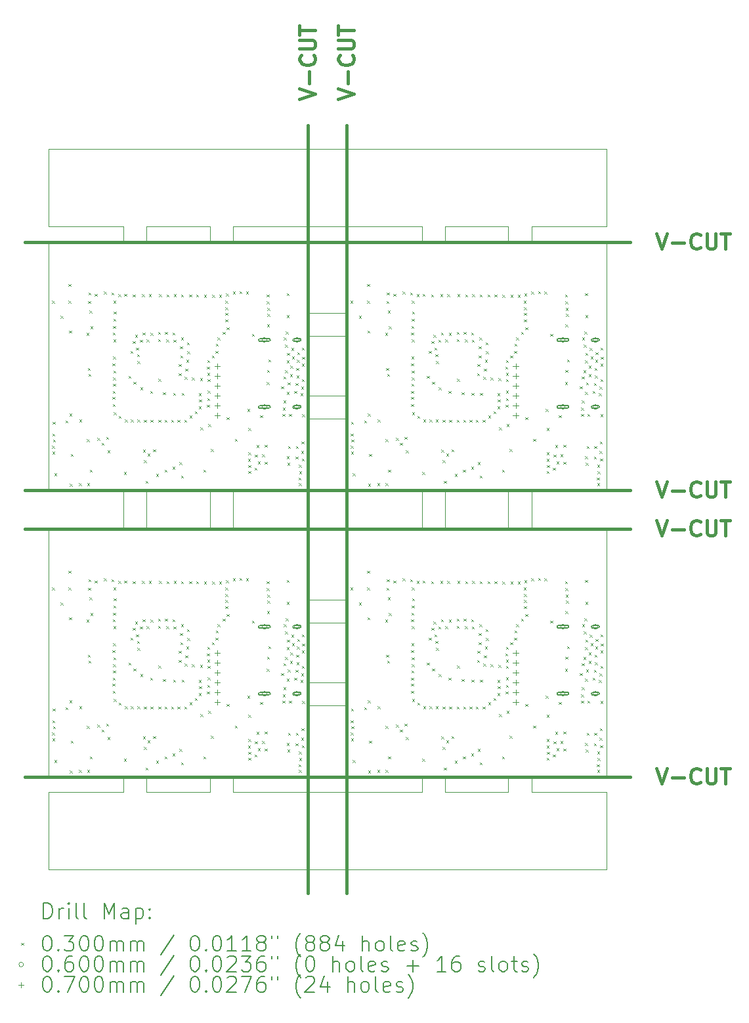
<source format=gbr>
%FSLAX45Y45*%
G04 Gerber Fmt 4.5, Leading zero omitted, Abs format (unit mm)*
G04 Created by KiCad (PCBNEW 6.0.4-6f826c9f35~116~ubuntu20.04.1) date 2022-04-01 21:22:03*
%MOMM*%
%LPD*%
G01*
G04 APERTURE LIST*
%TA.AperFunction,Profile*%
%ADD10C,0.400000*%
%TD*%
%TA.AperFunction,Profile*%
%ADD11C,0.100000*%
%TD*%
%ADD12C,0.400000*%
%ADD13C,0.200000*%
%ADD14C,0.030000*%
%ADD15C,0.060000*%
%ADD16C,0.070000*%
G04 APERTURE END LIST*
D10*
X3024900Y-10300000D02*
X10825100Y-10300000D01*
X7175000Y-1900200D02*
X7175000Y-11799800D01*
X3024900Y-6600000D02*
X10825100Y-6600000D01*
X3024900Y-3400000D02*
X10825100Y-3400000D01*
X6675000Y-1900200D02*
X6675000Y-11799800D01*
X3024900Y-7100000D02*
X10825100Y-7100000D01*
D11*
X4591700Y-3399900D02*
X4591700Y-3200200D01*
X4291700Y-10300100D02*
X4291700Y-10499800D01*
X7174923Y-3399936D02*
X7174900Y-4316700D01*
X9558300Y-10499800D02*
X9558300Y-10300100D01*
X8141700Y-7099900D02*
X7174917Y-7099944D01*
X8141700Y-10499800D02*
X5708300Y-10499800D01*
X10525100Y-10499800D02*
X9558300Y-10499800D01*
X8441700Y-6600100D02*
X9258300Y-6600100D01*
X8441700Y-10300100D02*
X9258300Y-10300100D01*
X9258300Y-3200200D02*
X9258300Y-3399900D01*
X9258300Y-6850000D02*
X9258300Y-7099900D01*
X9558300Y-10300100D02*
X10525100Y-10300010D01*
X9258300Y-3399900D02*
X8441700Y-3399900D01*
X4591700Y-10499800D02*
X4591700Y-10300100D01*
X7174944Y-6600083D02*
X8141700Y-6600100D01*
X7174900Y-5383300D02*
X6675100Y-5383300D01*
X3324900Y-2200200D02*
X3324900Y-3200200D01*
X10525100Y-2200200D02*
X3324900Y-2200200D01*
X3324904Y-6600029D02*
X4291700Y-6600100D01*
X7174900Y-8016700D02*
X6675100Y-8016700D01*
X6675100Y-4316700D02*
X6675055Y-3399917D01*
X8141700Y-3399900D02*
X7174923Y-3399936D01*
X8441700Y-3200200D02*
X9258300Y-3200200D01*
X4291700Y-7099900D02*
X3324904Y-7099971D01*
X9558300Y-3399900D02*
X9558300Y-3200200D01*
X3324900Y-10300010D02*
X4291700Y-10300100D01*
X7174900Y-4616700D02*
X7174900Y-5383300D01*
X10525096Y-7099971D02*
X9558300Y-7099900D01*
X7174900Y-8316700D02*
X7174900Y-9083300D01*
X4591700Y-6600100D02*
X5408300Y-6600100D01*
X9258300Y-7099900D02*
X8441700Y-7099900D01*
X3324900Y-10499800D02*
X3324900Y-11499800D01*
X6675100Y-5383300D02*
X6675100Y-4616700D01*
X6675100Y-8316700D02*
X7174900Y-8316700D01*
X7174923Y-10300063D02*
X8141700Y-10300100D01*
X7174900Y-9383300D02*
X7174923Y-10300063D01*
X4291700Y-3399900D02*
X3324900Y-3399990D01*
X5708300Y-7099900D02*
X5708300Y-6600100D01*
X6675098Y-7099980D02*
X5708300Y-7099900D01*
X6675100Y-8016700D02*
X6675098Y-7099980D01*
X6675100Y-5683300D02*
X7174900Y-5683300D01*
X4591700Y-7099900D02*
X4591700Y-6600100D01*
X5708300Y-10499800D02*
X5708300Y-10300100D01*
X6675000Y-10300100D02*
X6675100Y-9383300D01*
X5408300Y-3399900D02*
X4591700Y-3399900D01*
X7174900Y-9083300D02*
X6675100Y-9083300D01*
X5408300Y-10300100D02*
X5408300Y-10499800D01*
X3324900Y-3200200D02*
X4291700Y-3200200D01*
X5408300Y-3200200D02*
X5408300Y-3399900D01*
X8141700Y-3200200D02*
X8141700Y-3399900D01*
X4291700Y-6600100D02*
X4291700Y-7099900D01*
X10525100Y-10300010D02*
X10525096Y-7099971D01*
X9558300Y-3200200D02*
X10525100Y-3200200D01*
X6675055Y-3399917D02*
X5708300Y-3399900D01*
X5408300Y-7099900D02*
X4591700Y-7099900D01*
X9258300Y-10499800D02*
X8441700Y-10499800D01*
X8441700Y-7099900D02*
X8441700Y-6600100D01*
X9558300Y-7099900D02*
X9558300Y-6600100D01*
X10525100Y-11499800D02*
X10525100Y-10499800D01*
X10525100Y-3399990D02*
X9558300Y-3399900D01*
X8441700Y-10499800D02*
X8441700Y-10300100D01*
X7174900Y-5683300D02*
X7174944Y-6600083D01*
X4591700Y-3200200D02*
X5408300Y-3200200D01*
X6675100Y-4616700D02*
X7174900Y-4616700D01*
X5708300Y-6600100D02*
X6675071Y-6600071D01*
X7174917Y-7099944D02*
X7174900Y-8016700D01*
X6675100Y-9083300D02*
X6675100Y-8316700D01*
X10525100Y-3200200D02*
X10525100Y-2200200D01*
X4291700Y-3200200D02*
X4291700Y-3399900D01*
X9558300Y-6600100D02*
X10525096Y-6600029D01*
X9258300Y-6600100D02*
X9258300Y-6850000D01*
X5708300Y-10300100D02*
X6675000Y-10300100D01*
X3324904Y-7099971D02*
X3324900Y-10300010D01*
X3324900Y-11499800D02*
X10525100Y-11499800D01*
X8441700Y-3399900D02*
X8441700Y-3200200D01*
X6675071Y-6600071D02*
X6675100Y-5683300D01*
X3324900Y-3399990D02*
X3324904Y-6600029D01*
X10525096Y-6600029D02*
X10525100Y-3399990D01*
X5408300Y-6600100D02*
X5408300Y-7099900D01*
X8141700Y-6600100D02*
X8141700Y-7099900D01*
X8141700Y-10300100D02*
X8141700Y-10499800D01*
X5408300Y-10499800D02*
X4591700Y-10499800D01*
X5708300Y-3200200D02*
X8141700Y-3200200D01*
X6675100Y-9383300D02*
X7174900Y-9383300D01*
X4291700Y-10499800D02*
X3324900Y-10499800D01*
X9258300Y-10300100D02*
X9258300Y-10499800D01*
X5708300Y-3399900D02*
X5708300Y-3200200D01*
X7174900Y-4316700D02*
X6675100Y-4316700D01*
X4591700Y-10300100D02*
X5408300Y-10300100D01*
D12*
X11170148Y-6490476D02*
X11236814Y-6690476D01*
X11303481Y-6490476D01*
X11370148Y-6614286D02*
X11522528Y-6614286D01*
X11732052Y-6671428D02*
X11722528Y-6680952D01*
X11693957Y-6690476D01*
X11674909Y-6690476D01*
X11646338Y-6680952D01*
X11627290Y-6661905D01*
X11617767Y-6642857D01*
X11608243Y-6604762D01*
X11608243Y-6576190D01*
X11617767Y-6538095D01*
X11627290Y-6519048D01*
X11646338Y-6500000D01*
X11674909Y-6490476D01*
X11693957Y-6490476D01*
X11722528Y-6500000D01*
X11732052Y-6509524D01*
X11817767Y-6490476D02*
X11817767Y-6652381D01*
X11827290Y-6671428D01*
X11836814Y-6680952D01*
X11855862Y-6690476D01*
X11893957Y-6690476D01*
X11913005Y-6680952D01*
X11922528Y-6671428D01*
X11932052Y-6652381D01*
X11932052Y-6490476D01*
X11998719Y-6490476D02*
X12113005Y-6490476D01*
X12055862Y-6690476D02*
X12055862Y-6490476D01*
X11170148Y-3290476D02*
X11236814Y-3490476D01*
X11303481Y-3290476D01*
X11370148Y-3414286D02*
X11522528Y-3414286D01*
X11732052Y-3471428D02*
X11722528Y-3480952D01*
X11693957Y-3490476D01*
X11674909Y-3490476D01*
X11646338Y-3480952D01*
X11627290Y-3461905D01*
X11617767Y-3442857D01*
X11608243Y-3404762D01*
X11608243Y-3376190D01*
X11617767Y-3338095D01*
X11627290Y-3319048D01*
X11646338Y-3300000D01*
X11674909Y-3290476D01*
X11693957Y-3290476D01*
X11722528Y-3300000D01*
X11732052Y-3309524D01*
X11817767Y-3290476D02*
X11817767Y-3452381D01*
X11827290Y-3471428D01*
X11836814Y-3480952D01*
X11855862Y-3490476D01*
X11893957Y-3490476D01*
X11913005Y-3480952D01*
X11922528Y-3471428D01*
X11932052Y-3452381D01*
X11932052Y-3290476D01*
X11998719Y-3290476D02*
X12113005Y-3290476D01*
X12055862Y-3490476D02*
X12055862Y-3290476D01*
X7065476Y-1555152D02*
X7265476Y-1488486D01*
X7065476Y-1421819D01*
X7189286Y-1355152D02*
X7189286Y-1202771D01*
X7246428Y-993248D02*
X7255952Y-1002771D01*
X7265476Y-1031343D01*
X7265476Y-1050390D01*
X7255952Y-1078962D01*
X7236905Y-1098010D01*
X7217857Y-1107533D01*
X7179762Y-1117057D01*
X7151190Y-1117057D01*
X7113095Y-1107533D01*
X7094048Y-1098010D01*
X7075000Y-1078962D01*
X7065476Y-1050390D01*
X7065476Y-1031343D01*
X7075000Y-1002771D01*
X7084524Y-993248D01*
X7065476Y-907533D02*
X7227381Y-907533D01*
X7246428Y-898009D01*
X7255952Y-888486D01*
X7265476Y-869438D01*
X7265476Y-831343D01*
X7255952Y-812295D01*
X7246428Y-802771D01*
X7227381Y-793248D01*
X7065476Y-793248D01*
X7065476Y-726581D02*
X7065476Y-612295D01*
X7265476Y-669438D02*
X7065476Y-669438D01*
X6565476Y-1555152D02*
X6765476Y-1488486D01*
X6565476Y-1421819D01*
X6689286Y-1355152D02*
X6689286Y-1202771D01*
X6746428Y-993248D02*
X6755952Y-1002771D01*
X6765476Y-1031343D01*
X6765476Y-1050390D01*
X6755952Y-1078962D01*
X6736905Y-1098010D01*
X6717857Y-1107533D01*
X6679762Y-1117057D01*
X6651190Y-1117057D01*
X6613095Y-1107533D01*
X6594048Y-1098010D01*
X6575000Y-1078962D01*
X6565476Y-1050390D01*
X6565476Y-1031343D01*
X6575000Y-1002771D01*
X6584524Y-993248D01*
X6565476Y-907533D02*
X6727381Y-907533D01*
X6746428Y-898009D01*
X6755952Y-888486D01*
X6765476Y-869438D01*
X6765476Y-831343D01*
X6755952Y-812295D01*
X6746428Y-802771D01*
X6727381Y-793248D01*
X6565476Y-793248D01*
X6565476Y-726581D02*
X6565476Y-612295D01*
X6765476Y-669438D02*
X6565476Y-669438D01*
X11170148Y-6990476D02*
X11236814Y-7190476D01*
X11303481Y-6990476D01*
X11370148Y-7114286D02*
X11522528Y-7114286D01*
X11732052Y-7171428D02*
X11722528Y-7180952D01*
X11693957Y-7190476D01*
X11674909Y-7190476D01*
X11646338Y-7180952D01*
X11627290Y-7161905D01*
X11617767Y-7142857D01*
X11608243Y-7104762D01*
X11608243Y-7076190D01*
X11617767Y-7038095D01*
X11627290Y-7019048D01*
X11646338Y-7000000D01*
X11674909Y-6990476D01*
X11693957Y-6990476D01*
X11722528Y-7000000D01*
X11732052Y-7009524D01*
X11817767Y-6990476D02*
X11817767Y-7152381D01*
X11827290Y-7171428D01*
X11836814Y-7180952D01*
X11855862Y-7190476D01*
X11893957Y-7190476D01*
X11913005Y-7180952D01*
X11922528Y-7171428D01*
X11932052Y-7152381D01*
X11932052Y-6990476D01*
X11998719Y-6990476D02*
X12113005Y-6990476D01*
X12055862Y-7190476D02*
X12055862Y-6990476D01*
X11170148Y-10190476D02*
X11236814Y-10390476D01*
X11303481Y-10190476D01*
X11370148Y-10314286D02*
X11522528Y-10314286D01*
X11732052Y-10371429D02*
X11722528Y-10380952D01*
X11693957Y-10390476D01*
X11674909Y-10390476D01*
X11646338Y-10380952D01*
X11627290Y-10361905D01*
X11617767Y-10342857D01*
X11608243Y-10304762D01*
X11608243Y-10276190D01*
X11617767Y-10238095D01*
X11627290Y-10219048D01*
X11646338Y-10200000D01*
X11674909Y-10190476D01*
X11693957Y-10190476D01*
X11722528Y-10200000D01*
X11732052Y-10209524D01*
X11817767Y-10190476D02*
X11817767Y-10352381D01*
X11827290Y-10371429D01*
X11836814Y-10380952D01*
X11855862Y-10390476D01*
X11893957Y-10390476D01*
X11913005Y-10380952D01*
X11922528Y-10371429D01*
X11932052Y-10352381D01*
X11932052Y-10190476D01*
X11998719Y-10190476D02*
X12113005Y-10190476D01*
X12055862Y-10390476D02*
X12055862Y-10190476D01*
D13*
D14*
X3370000Y-4160000D02*
X3400000Y-4190000D01*
X3400000Y-4160000D02*
X3370000Y-4190000D01*
X3370000Y-7860000D02*
X3400000Y-7890000D01*
X3400000Y-7860000D02*
X3370000Y-7890000D01*
X3372500Y-6030000D02*
X3402500Y-6060000D01*
X3402500Y-6030000D02*
X3372500Y-6060000D01*
X3372500Y-9730000D02*
X3402500Y-9760000D01*
X3402500Y-9730000D02*
X3372500Y-9760000D01*
X3375000Y-5872500D02*
X3405000Y-5902500D01*
X3405000Y-5872500D02*
X3375000Y-5902500D01*
X3375000Y-9572500D02*
X3405000Y-9602500D01*
X3405000Y-9572500D02*
X3375000Y-9602500D01*
X3377500Y-6107500D02*
X3407500Y-6137500D01*
X3407500Y-6107500D02*
X3377500Y-6137500D01*
X3377500Y-9807500D02*
X3407500Y-9837500D01*
X3407500Y-9807500D02*
X3377500Y-9837500D01*
X3380000Y-5722500D02*
X3410000Y-5752500D01*
X3410000Y-5722500D02*
X3380000Y-5752500D01*
X3380000Y-9422500D02*
X3410000Y-9452500D01*
X3410000Y-9422500D02*
X3380000Y-9452500D01*
X3385000Y-5950000D02*
X3415000Y-5980000D01*
X3415000Y-5950000D02*
X3385000Y-5980000D01*
X3385000Y-9650000D02*
X3415000Y-9680000D01*
X3415000Y-9650000D02*
X3385000Y-9680000D01*
X3400000Y-6387500D02*
X3430000Y-6417500D01*
X3430000Y-6387500D02*
X3400000Y-6417500D01*
X3400000Y-10087500D02*
X3430000Y-10117500D01*
X3430000Y-10087500D02*
X3400000Y-10117500D01*
X3480000Y-4355000D02*
X3510000Y-4385000D01*
X3510000Y-4355000D02*
X3480000Y-4385000D01*
X3480000Y-8055000D02*
X3510000Y-8085000D01*
X3510000Y-8055000D02*
X3480000Y-8085000D01*
X3547500Y-5702500D02*
X3577500Y-5732500D01*
X3577500Y-5702500D02*
X3547500Y-5732500D01*
X3547500Y-9402500D02*
X3577500Y-9432500D01*
X3577500Y-9402500D02*
X3547500Y-9432500D01*
X3585000Y-3942500D02*
X3615000Y-3972500D01*
X3615000Y-3942500D02*
X3585000Y-3972500D01*
X3585000Y-4160000D02*
X3615000Y-4190000D01*
X3615000Y-4160000D02*
X3585000Y-4190000D01*
X3585000Y-7642500D02*
X3615000Y-7672500D01*
X3615000Y-7642500D02*
X3585000Y-7672500D01*
X3585000Y-7860000D02*
X3615000Y-7890000D01*
X3615000Y-7860000D02*
X3585000Y-7890000D01*
X3590000Y-4545000D02*
X3620000Y-4575000D01*
X3620000Y-4545000D02*
X3590000Y-4575000D01*
X3590000Y-8245000D02*
X3620000Y-8275000D01*
X3620000Y-8245000D02*
X3590000Y-8275000D01*
X3595000Y-5615000D02*
X3625000Y-5645000D01*
X3625000Y-5615000D02*
X3595000Y-5645000D01*
X3595000Y-9315000D02*
X3625000Y-9345000D01*
X3625000Y-9315000D02*
X3595000Y-9345000D01*
X3600000Y-6520000D02*
X3630000Y-6550000D01*
X3630000Y-6520000D02*
X3600000Y-6550000D01*
X3600000Y-10220000D02*
X3630000Y-10250000D01*
X3630000Y-10220000D02*
X3600000Y-10250000D01*
X3612500Y-6137500D02*
X3642500Y-6167500D01*
X3642500Y-6137500D02*
X3612500Y-6167500D01*
X3612500Y-9837500D02*
X3642500Y-9867500D01*
X3642500Y-9837500D02*
X3612500Y-9867500D01*
X3717500Y-6512500D02*
X3747500Y-6542500D01*
X3747500Y-6512500D02*
X3717500Y-6542500D01*
X3717500Y-10212500D02*
X3747500Y-10242500D01*
X3747500Y-10212500D02*
X3717500Y-10242500D01*
X3722500Y-5690000D02*
X3752500Y-5720000D01*
X3752500Y-5690000D02*
X3722500Y-5720000D01*
X3722500Y-9390000D02*
X3752500Y-9420000D01*
X3752500Y-9390000D02*
X3722500Y-9420000D01*
X3817500Y-4575000D02*
X3847500Y-4605000D01*
X3847500Y-4575000D02*
X3817500Y-4605000D01*
X3817500Y-8275000D02*
X3847500Y-8305000D01*
X3847500Y-8275000D02*
X3817500Y-8305000D01*
X3822500Y-5947500D02*
X3852500Y-5977500D01*
X3852500Y-5947500D02*
X3822500Y-5977500D01*
X3822500Y-9647500D02*
X3852500Y-9677500D01*
X3852500Y-9647500D02*
X3822500Y-9677500D01*
X3825000Y-6512500D02*
X3855000Y-6542500D01*
X3855000Y-6512500D02*
X3825000Y-6542500D01*
X3825000Y-10212500D02*
X3855000Y-10242500D01*
X3855000Y-10212500D02*
X3825000Y-10242500D01*
X3832500Y-5025000D02*
X3862500Y-5055000D01*
X3862500Y-5025000D02*
X3832500Y-5055000D01*
X3832500Y-8725000D02*
X3862500Y-8755000D01*
X3862500Y-8725000D02*
X3832500Y-8755000D01*
X3837500Y-4162500D02*
X3867500Y-4192500D01*
X3867500Y-4162500D02*
X3837500Y-4192500D01*
X3837500Y-7862500D02*
X3867500Y-7892500D01*
X3867500Y-7862500D02*
X3837500Y-7892500D01*
X3841250Y-4051250D02*
X3871250Y-4081250D01*
X3871250Y-4051250D02*
X3841250Y-4081250D01*
X3841250Y-7751250D02*
X3871250Y-7781250D01*
X3871250Y-7751250D02*
X3841250Y-7781250D01*
X3842500Y-5102500D02*
X3872500Y-5132500D01*
X3872500Y-5102500D02*
X3842500Y-5132500D01*
X3842500Y-8802500D02*
X3872500Y-8832500D01*
X3872500Y-8802500D02*
X3842500Y-8832500D01*
X3852500Y-4285000D02*
X3882500Y-4315000D01*
X3882500Y-4285000D02*
X3852500Y-4315000D01*
X3852500Y-7985000D02*
X3882500Y-8015000D01*
X3882500Y-7985000D02*
X3852500Y-8015000D01*
X3857500Y-6340000D02*
X3887500Y-6370000D01*
X3887500Y-6340000D02*
X3857500Y-6370000D01*
X3857500Y-10040000D02*
X3887500Y-10070000D01*
X3887500Y-10040000D02*
X3857500Y-10070000D01*
X3867500Y-4487500D02*
X3897500Y-4517500D01*
X3897500Y-4487500D02*
X3867500Y-4517500D01*
X3867500Y-8187500D02*
X3897500Y-8217500D01*
X3897500Y-8187500D02*
X3867500Y-8217500D01*
X3924250Y-4068250D02*
X3954250Y-4098250D01*
X3954250Y-4068250D02*
X3924250Y-4098250D01*
X3924250Y-7768250D02*
X3954250Y-7798250D01*
X3954250Y-7768250D02*
X3924250Y-7798250D01*
X3957500Y-5927500D02*
X3987500Y-5957500D01*
X3987500Y-5927500D02*
X3957500Y-5957500D01*
X3957500Y-9627500D02*
X3987500Y-9657500D01*
X3987500Y-9627500D02*
X3957500Y-9657500D01*
X4010000Y-5992500D02*
X4040000Y-6022500D01*
X4040000Y-5992500D02*
X4010000Y-6022500D01*
X4010000Y-9692500D02*
X4040000Y-9722500D01*
X4040000Y-9692500D02*
X4010000Y-9722500D01*
X4042500Y-4040000D02*
X4072500Y-4070000D01*
X4072500Y-4040000D02*
X4042500Y-4070000D01*
X4042500Y-7740000D02*
X4072500Y-7770000D01*
X4072500Y-7740000D02*
X4042500Y-7770000D01*
X4070000Y-5917500D02*
X4100000Y-5947500D01*
X4100000Y-5917500D02*
X4070000Y-5947500D01*
X4070000Y-9617500D02*
X4100000Y-9647500D01*
X4100000Y-9617500D02*
X4070000Y-9647500D01*
X4087500Y-6087500D02*
X4117500Y-6117500D01*
X4117500Y-6087500D02*
X4087500Y-6117500D01*
X4087500Y-9787500D02*
X4117500Y-9817500D01*
X4117500Y-9787500D02*
X4087500Y-9817500D01*
X4140000Y-4055000D02*
X4170000Y-4085000D01*
X4170000Y-4055000D02*
X4140000Y-4085000D01*
X4140000Y-7755000D02*
X4170000Y-7785000D01*
X4170000Y-7755000D02*
X4140000Y-7785000D01*
X4152500Y-4967500D02*
X4182500Y-4997500D01*
X4182500Y-4967500D02*
X4152500Y-4997500D01*
X4152500Y-5400000D02*
X4182500Y-5430000D01*
X4182500Y-5400000D02*
X4152500Y-5430000D01*
X4152500Y-8667500D02*
X4182500Y-8697500D01*
X4182500Y-8667500D02*
X4152500Y-8697500D01*
X4152500Y-9100000D02*
X4182500Y-9130000D01*
X4182500Y-9100000D02*
X4152500Y-9130000D01*
X4155000Y-4570000D02*
X4185000Y-4600000D01*
X4185000Y-4570000D02*
X4155000Y-4600000D01*
X4155000Y-5322500D02*
X4185000Y-5352500D01*
X4185000Y-5322500D02*
X4155000Y-5352500D01*
X4155000Y-5492500D02*
X4185000Y-5522500D01*
X4185000Y-5492500D02*
X4155000Y-5522500D01*
X4155000Y-8270000D02*
X4185000Y-8300000D01*
X4185000Y-8270000D02*
X4155000Y-8300000D01*
X4155000Y-9022500D02*
X4185000Y-9052500D01*
X4185000Y-9022500D02*
X4155000Y-9052500D01*
X4155000Y-9192500D02*
X4185000Y-9222500D01*
X4185000Y-9192500D02*
X4155000Y-9222500D01*
X4157500Y-4485000D02*
X4187500Y-4515000D01*
X4187500Y-4485000D02*
X4157500Y-4515000D01*
X4157500Y-4880000D02*
X4187500Y-4910000D01*
X4187500Y-4880000D02*
X4157500Y-4910000D01*
X4157500Y-5230000D02*
X4187500Y-5260000D01*
X4187500Y-5230000D02*
X4157500Y-5260000D01*
X4157500Y-8185000D02*
X4187500Y-8215000D01*
X4187500Y-8185000D02*
X4157500Y-8215000D01*
X4157500Y-8580000D02*
X4187500Y-8610000D01*
X4187500Y-8580000D02*
X4157500Y-8610000D01*
X4157500Y-8930000D02*
X4187500Y-8960000D01*
X4187500Y-8930000D02*
X4157500Y-8960000D01*
X4160000Y-5147500D02*
X4190000Y-5177500D01*
X4190000Y-5147500D02*
X4160000Y-5177500D01*
X4160000Y-8847500D02*
X4190000Y-8877500D01*
X4190000Y-8847500D02*
X4160000Y-8877500D01*
X4162500Y-4390000D02*
X4192500Y-4420000D01*
X4192500Y-4390000D02*
X4162500Y-4420000D01*
X4162500Y-4660000D02*
X4192500Y-4690000D01*
X4192500Y-4660000D02*
X4162500Y-4690000D01*
X4162500Y-5062500D02*
X4192500Y-5092500D01*
X4192500Y-5062500D02*
X4162500Y-5092500D01*
X4162500Y-8090000D02*
X4192500Y-8120000D01*
X4192500Y-8090000D02*
X4162500Y-8120000D01*
X4162500Y-8360000D02*
X4192500Y-8390000D01*
X4192500Y-8360000D02*
X4162500Y-8390000D01*
X4162500Y-8762500D02*
X4192500Y-8792500D01*
X4192500Y-8762500D02*
X4162500Y-8792500D01*
X4163500Y-4159000D02*
X4193500Y-4189000D01*
X4193500Y-4159000D02*
X4163500Y-4189000D01*
X4163500Y-7859000D02*
X4193500Y-7889000D01*
X4193500Y-7859000D02*
X4163500Y-7889000D01*
X4167500Y-4300000D02*
X4197500Y-4330000D01*
X4197500Y-4300000D02*
X4167500Y-4330000D01*
X4167500Y-5600000D02*
X4197500Y-5630000D01*
X4197500Y-5600000D02*
X4167500Y-5630000D01*
X4167500Y-8000000D02*
X4197500Y-8030000D01*
X4197500Y-8000000D02*
X4167500Y-8030000D01*
X4167500Y-9300000D02*
X4197500Y-9330000D01*
X4197500Y-9300000D02*
X4167500Y-9330000D01*
X4225000Y-4072500D02*
X4255000Y-4102500D01*
X4255000Y-4072500D02*
X4225000Y-4102500D01*
X4225000Y-7772500D02*
X4255000Y-7802500D01*
X4255000Y-7772500D02*
X4225000Y-7802500D01*
X4232500Y-5645000D02*
X4262500Y-5675000D01*
X4262500Y-5645000D02*
X4232500Y-5675000D01*
X4232500Y-9345000D02*
X4262500Y-9375000D01*
X4262500Y-9345000D02*
X4232500Y-9375000D01*
X4297500Y-6370000D02*
X4327500Y-6400000D01*
X4327500Y-6370000D02*
X4297500Y-6400000D01*
X4297500Y-10070000D02*
X4327500Y-10100000D01*
X4327500Y-10070000D02*
X4297500Y-10100000D01*
X4302500Y-4070000D02*
X4332500Y-4100000D01*
X4332500Y-4070000D02*
X4302500Y-4100000D01*
X4302500Y-7770000D02*
X4332500Y-7800000D01*
X4332500Y-7770000D02*
X4302500Y-7800000D01*
X4310000Y-5690000D02*
X4340000Y-5720000D01*
X4340000Y-5690000D02*
X4310000Y-5720000D01*
X4310000Y-9390000D02*
X4340000Y-9420000D01*
X4340000Y-9390000D02*
X4310000Y-9420000D01*
X4357500Y-5127500D02*
X4387500Y-5157500D01*
X4387500Y-5127500D02*
X4357500Y-5157500D01*
X4357500Y-8827500D02*
X4387500Y-8857500D01*
X4387500Y-8827500D02*
X4357500Y-8857500D01*
X4382500Y-4807500D02*
X4412500Y-4837500D01*
X4412500Y-4807500D02*
X4382500Y-4837500D01*
X4382500Y-8507500D02*
X4412500Y-8537500D01*
X4412500Y-8507500D02*
X4382500Y-8537500D01*
X4390000Y-5692500D02*
X4420000Y-5722500D01*
X4420000Y-5692500D02*
X4390000Y-5722500D01*
X4390000Y-9392500D02*
X4420000Y-9422500D01*
X4420000Y-9392500D02*
X4390000Y-9422500D01*
X4412500Y-4077500D02*
X4442500Y-4107500D01*
X4442500Y-4077500D02*
X4412500Y-4107500D01*
X4412500Y-7777500D02*
X4442500Y-7807500D01*
X4442500Y-7777500D02*
X4412500Y-7807500D01*
X4415000Y-4680000D02*
X4445000Y-4710000D01*
X4445000Y-4680000D02*
X4415000Y-4710000D01*
X4415000Y-8380000D02*
X4445000Y-8410000D01*
X4445000Y-8380000D02*
X4415000Y-8410000D01*
X4422500Y-5205000D02*
X4452500Y-5235000D01*
X4452500Y-5205000D02*
X4422500Y-5235000D01*
X4422500Y-8905000D02*
X4452500Y-8935000D01*
X4452500Y-8905000D02*
X4422500Y-8935000D01*
X4442500Y-4600000D02*
X4472500Y-4630000D01*
X4472500Y-4600000D02*
X4442500Y-4630000D01*
X4442500Y-8300000D02*
X4472500Y-8330000D01*
X4472500Y-8300000D02*
X4442500Y-8330000D01*
X4455000Y-4762500D02*
X4485000Y-4792500D01*
X4485000Y-4762500D02*
X4455000Y-4792500D01*
X4455000Y-8462500D02*
X4485000Y-8492500D01*
X4485000Y-8462500D02*
X4455000Y-8492500D01*
X4467500Y-4847500D02*
X4497500Y-4877500D01*
X4497500Y-4847500D02*
X4467500Y-4877500D01*
X4467500Y-8547500D02*
X4497500Y-8577500D01*
X4497500Y-8547500D02*
X4467500Y-8577500D01*
X4472500Y-5692500D02*
X4502500Y-5722500D01*
X4502500Y-5692500D02*
X4472500Y-5722500D01*
X4472500Y-9392500D02*
X4502500Y-9422500D01*
X4502500Y-9392500D02*
X4472500Y-9422500D01*
X4475000Y-4940000D02*
X4505000Y-4970000D01*
X4505000Y-4940000D02*
X4475000Y-4970000D01*
X4475000Y-8640000D02*
X4505000Y-8670000D01*
X4505000Y-8640000D02*
X4475000Y-8670000D01*
X4505000Y-4662500D02*
X4535000Y-4692500D01*
X4535000Y-4662500D02*
X4505000Y-4692500D01*
X4505000Y-8362500D02*
X4535000Y-8392500D01*
X4535000Y-8362500D02*
X4505000Y-8392500D01*
X4510000Y-5275000D02*
X4540000Y-5305000D01*
X4540000Y-5275000D02*
X4510000Y-5305000D01*
X4510000Y-8975000D02*
X4540000Y-9005000D01*
X4540000Y-8975000D02*
X4510000Y-9005000D01*
X4530000Y-4072500D02*
X4560000Y-4102500D01*
X4560000Y-4072500D02*
X4530000Y-4102500D01*
X4530000Y-7772500D02*
X4560000Y-7802500D01*
X4560000Y-7772500D02*
X4530000Y-7802500D01*
X4540000Y-4570000D02*
X4570000Y-4600000D01*
X4570000Y-4570000D02*
X4540000Y-4600000D01*
X4540000Y-8270000D02*
X4570000Y-8300000D01*
X4570000Y-8270000D02*
X4540000Y-8300000D01*
X4545000Y-6080000D02*
X4575000Y-6110000D01*
X4575000Y-6080000D02*
X4545000Y-6110000D01*
X4545000Y-9780000D02*
X4575000Y-9810000D01*
X4575000Y-9780000D02*
X4545000Y-9810000D01*
X4557500Y-5695000D02*
X4587500Y-5725000D01*
X4587500Y-5695000D02*
X4557500Y-5725000D01*
X4557500Y-6215000D02*
X4587500Y-6245000D01*
X4587500Y-6215000D02*
X4557500Y-6245000D01*
X4557500Y-9395000D02*
X4587500Y-9425000D01*
X4587500Y-9395000D02*
X4557500Y-9425000D01*
X4557500Y-9915000D02*
X4587500Y-9945000D01*
X4587500Y-9915000D02*
X4557500Y-9945000D01*
X4577500Y-6482500D02*
X4607500Y-6512500D01*
X4607500Y-6482500D02*
X4577500Y-6512500D01*
X4577500Y-10182500D02*
X4607500Y-10212500D01*
X4607500Y-10182500D02*
X4577500Y-10212500D01*
X4592500Y-4660000D02*
X4622500Y-4690000D01*
X4622500Y-4660000D02*
X4592500Y-4690000D01*
X4592500Y-8360000D02*
X4622500Y-8390000D01*
X4622500Y-8360000D02*
X4592500Y-8390000D01*
X4605000Y-6130000D02*
X4635000Y-6160000D01*
X4635000Y-6130000D02*
X4605000Y-6160000D01*
X4605000Y-9830000D02*
X4635000Y-9860000D01*
X4635000Y-9830000D02*
X4605000Y-9860000D01*
X4620000Y-4075000D02*
X4650000Y-4105000D01*
X4650000Y-4075000D02*
X4620000Y-4105000D01*
X4620000Y-7775000D02*
X4650000Y-7805000D01*
X4650000Y-7775000D02*
X4620000Y-7805000D01*
X4637500Y-5322500D02*
X4667500Y-5352500D01*
X4667500Y-5322500D02*
X4637500Y-5352500D01*
X4637500Y-9022500D02*
X4667500Y-9052500D01*
X4667500Y-9022500D02*
X4637500Y-9052500D01*
X4640000Y-4575000D02*
X4670000Y-4605000D01*
X4670000Y-4575000D02*
X4640000Y-4605000D01*
X4640000Y-8275000D02*
X4670000Y-8305000D01*
X4670000Y-8275000D02*
X4640000Y-8305000D01*
X4642500Y-5695000D02*
X4672500Y-5725000D01*
X4672500Y-5695000D02*
X4642500Y-5725000D01*
X4642500Y-9395000D02*
X4672500Y-9425000D01*
X4672500Y-9395000D02*
X4642500Y-9425000D01*
X4675000Y-6077500D02*
X4705000Y-6107500D01*
X4705000Y-6077500D02*
X4675000Y-6107500D01*
X4675000Y-9777500D02*
X4705000Y-9807500D01*
X4705000Y-9777500D02*
X4675000Y-9807500D01*
X4715000Y-6392500D02*
X4745000Y-6422500D01*
X4745000Y-6392500D02*
X4715000Y-6422500D01*
X4715000Y-10092500D02*
X4745000Y-10122500D01*
X4745000Y-10092500D02*
X4715000Y-10122500D01*
X4740000Y-4560000D02*
X4770000Y-4590000D01*
X4770000Y-4560000D02*
X4740000Y-4590000D01*
X4740000Y-4652500D02*
X4770000Y-4682500D01*
X4770000Y-4652500D02*
X4740000Y-4682500D01*
X4740000Y-8260000D02*
X4770000Y-8290000D01*
X4770000Y-8260000D02*
X4740000Y-8290000D01*
X4740000Y-8352500D02*
X4770000Y-8382500D01*
X4770000Y-8352500D02*
X4740000Y-8382500D01*
X4742500Y-5697500D02*
X4772500Y-5727500D01*
X4772500Y-5697500D02*
X4742500Y-5727500D01*
X4742500Y-9397500D02*
X4772500Y-9427500D01*
X4772500Y-9397500D02*
X4742500Y-9427500D01*
X4745000Y-5167500D02*
X4775000Y-5197500D01*
X4775000Y-5167500D02*
X4745000Y-5197500D01*
X4745000Y-8867500D02*
X4775000Y-8897500D01*
X4775000Y-8867500D02*
X4745000Y-8897500D01*
X4750000Y-4072500D02*
X4780000Y-4102500D01*
X4780000Y-4072500D02*
X4750000Y-4102500D01*
X4750000Y-7772500D02*
X4780000Y-7802500D01*
X4780000Y-7772500D02*
X4750000Y-7802500D01*
X4805000Y-5340000D02*
X4835000Y-5370000D01*
X4835000Y-5340000D02*
X4805000Y-5370000D01*
X4805000Y-9040000D02*
X4835000Y-9070000D01*
X4835000Y-9040000D02*
X4805000Y-9070000D01*
X4822500Y-6340000D02*
X4852500Y-6370000D01*
X4852500Y-6340000D02*
X4822500Y-6370000D01*
X4822500Y-10040000D02*
X4852500Y-10070000D01*
X4852500Y-10040000D02*
X4822500Y-10070000D01*
X4825000Y-5697500D02*
X4855000Y-5727500D01*
X4855000Y-5697500D02*
X4825000Y-5727500D01*
X4825000Y-9397500D02*
X4855000Y-9427500D01*
X4855000Y-9397500D02*
X4825000Y-9427500D01*
X4830000Y-4560000D02*
X4860000Y-4590000D01*
X4860000Y-4560000D02*
X4830000Y-4590000D01*
X4830000Y-8260000D02*
X4860000Y-8290000D01*
X4860000Y-8260000D02*
X4830000Y-8290000D01*
X4847500Y-4657500D02*
X4877500Y-4687500D01*
X4877500Y-4657500D02*
X4847500Y-4687500D01*
X4847500Y-8357500D02*
X4877500Y-8387500D01*
X4877500Y-8357500D02*
X4847500Y-8387500D01*
X4850000Y-4080000D02*
X4880000Y-4110000D01*
X4880000Y-4080000D02*
X4850000Y-4110000D01*
X4850000Y-7780000D02*
X4880000Y-7810000D01*
X4880000Y-7780000D02*
X4850000Y-7810000D01*
X4907500Y-5697500D02*
X4937500Y-5727500D01*
X4937500Y-5697500D02*
X4907500Y-5727500D01*
X4907500Y-9397500D02*
X4937500Y-9427500D01*
X4937500Y-9397500D02*
X4907500Y-9427500D01*
X4927500Y-4570000D02*
X4957500Y-4600000D01*
X4957500Y-4570000D02*
X4927500Y-4600000D01*
X4927500Y-6302500D02*
X4957500Y-6332500D01*
X4957500Y-6302500D02*
X4927500Y-6332500D01*
X4927500Y-8270000D02*
X4957500Y-8300000D01*
X4957500Y-8270000D02*
X4927500Y-8300000D01*
X4927500Y-10002500D02*
X4957500Y-10032500D01*
X4957500Y-10002500D02*
X4927500Y-10032500D01*
X4932500Y-5350000D02*
X4962500Y-5380000D01*
X4962500Y-5350000D02*
X4932500Y-5380000D01*
X4932500Y-9050000D02*
X4962500Y-9080000D01*
X4962500Y-9050000D02*
X4932500Y-9080000D01*
X4937500Y-4662500D02*
X4967500Y-4692500D01*
X4967500Y-4662500D02*
X4937500Y-4692500D01*
X4937500Y-8362500D02*
X4967500Y-8392500D01*
X4967500Y-8362500D02*
X4937500Y-8392500D01*
X4942500Y-4075000D02*
X4972500Y-4105000D01*
X4972500Y-4075000D02*
X4942500Y-4105000D01*
X4942500Y-7775000D02*
X4972500Y-7805000D01*
X4972500Y-7775000D02*
X4942500Y-7805000D01*
X4987500Y-5697500D02*
X5017500Y-5727500D01*
X5017500Y-5697500D02*
X4987500Y-5727500D01*
X4987500Y-9397500D02*
X5017500Y-9427500D01*
X5017500Y-9397500D02*
X4987500Y-9427500D01*
X5005000Y-5095000D02*
X5035000Y-5125000D01*
X5035000Y-5095000D02*
X5005000Y-5125000D01*
X5005000Y-8795000D02*
X5035000Y-8825000D01*
X5035000Y-8795000D02*
X5005000Y-8825000D01*
X5007500Y-4977500D02*
X5037500Y-5007500D01*
X5037500Y-4977500D02*
X5007500Y-5007500D01*
X5007500Y-8677500D02*
X5037500Y-8707500D01*
X5037500Y-8677500D02*
X5007500Y-8707500D01*
X5012500Y-6240000D02*
X5042500Y-6270000D01*
X5042500Y-6240000D02*
X5012500Y-6270000D01*
X5012500Y-9940000D02*
X5042500Y-9970000D01*
X5042500Y-9940000D02*
X5012500Y-9970000D01*
X5025000Y-4747500D02*
X5055000Y-4777500D01*
X5055000Y-4747500D02*
X5025000Y-4777500D01*
X5025000Y-8447500D02*
X5055000Y-8477500D01*
X5055000Y-8447500D02*
X5025000Y-8477500D01*
X5027500Y-4865000D02*
X5057500Y-4895000D01*
X5057500Y-4865000D02*
X5027500Y-4895000D01*
X5027500Y-8565000D02*
X5057500Y-8595000D01*
X5057500Y-8565000D02*
X5027500Y-8595000D01*
X5035000Y-4632500D02*
X5065000Y-4662500D01*
X5065000Y-4632500D02*
X5035000Y-4662500D01*
X5035000Y-8332500D02*
X5065000Y-8362500D01*
X5065000Y-8332500D02*
X5035000Y-8362500D01*
X5037500Y-4080000D02*
X5067500Y-4110000D01*
X5067500Y-4080000D02*
X5037500Y-4110000D01*
X5037500Y-6415000D02*
X5067500Y-6445000D01*
X5067500Y-6415000D02*
X5037500Y-6445000D01*
X5037500Y-7780000D02*
X5067500Y-7810000D01*
X5067500Y-7780000D02*
X5037500Y-7810000D01*
X5037500Y-10115000D02*
X5067500Y-10145000D01*
X5067500Y-10115000D02*
X5037500Y-10145000D01*
X5042500Y-5350000D02*
X5072500Y-5380000D01*
X5072500Y-5350000D02*
X5042500Y-5380000D01*
X5042500Y-9050000D02*
X5072500Y-9080000D01*
X5072500Y-9050000D02*
X5042500Y-9080000D01*
X5077500Y-5695000D02*
X5107500Y-5725000D01*
X5107500Y-5695000D02*
X5077500Y-5725000D01*
X5077500Y-9395000D02*
X5107500Y-9425000D01*
X5107500Y-9395000D02*
X5077500Y-9425000D01*
X5082500Y-5142500D02*
X5112500Y-5172500D01*
X5112500Y-5142500D02*
X5082500Y-5172500D01*
X5082500Y-8842500D02*
X5112500Y-8872500D01*
X5112500Y-8842500D02*
X5082500Y-8872500D01*
X5092500Y-5035000D02*
X5122500Y-5065000D01*
X5122500Y-5035000D02*
X5092500Y-5065000D01*
X5092500Y-8735000D02*
X5122500Y-8765000D01*
X5122500Y-8735000D02*
X5092500Y-8765000D01*
X5105000Y-4920000D02*
X5135000Y-4950000D01*
X5135000Y-4920000D02*
X5105000Y-4950000D01*
X5105000Y-8620000D02*
X5135000Y-8650000D01*
X5135000Y-8620000D02*
X5105000Y-8650000D01*
X5112500Y-4695000D02*
X5142500Y-4725000D01*
X5142500Y-4695000D02*
X5112500Y-4725000D01*
X5112500Y-8395000D02*
X5142500Y-8425000D01*
X5142500Y-8395000D02*
X5112500Y-8425000D01*
X5117500Y-4810000D02*
X5147500Y-4840000D01*
X5147500Y-4810000D02*
X5117500Y-4840000D01*
X5117500Y-8510000D02*
X5147500Y-8540000D01*
X5147500Y-8510000D02*
X5117500Y-8540000D01*
X5140000Y-4080000D02*
X5170000Y-4110000D01*
X5170000Y-4080000D02*
X5140000Y-4110000D01*
X5140000Y-7780000D02*
X5170000Y-7810000D01*
X5170000Y-7780000D02*
X5140000Y-7810000D01*
X5147500Y-5642500D02*
X5177500Y-5672500D01*
X5177500Y-5642500D02*
X5147500Y-5672500D01*
X5147500Y-9342500D02*
X5177500Y-9372500D01*
X5177500Y-9342500D02*
X5147500Y-9372500D01*
X5177500Y-5150000D02*
X5207500Y-5180000D01*
X5207500Y-5150000D02*
X5177500Y-5180000D01*
X5177500Y-8850000D02*
X5207500Y-8880000D01*
X5207500Y-8850000D02*
X5177500Y-8880000D01*
X5215000Y-5585000D02*
X5245000Y-5615000D01*
X5245000Y-5585000D02*
X5215000Y-5615000D01*
X5215000Y-9285000D02*
X5245000Y-9315000D01*
X5245000Y-9285000D02*
X5215000Y-9315000D01*
X5230000Y-4077500D02*
X5260000Y-4107500D01*
X5260000Y-4077500D02*
X5230000Y-4107500D01*
X5230000Y-7777500D02*
X5260000Y-7807500D01*
X5260000Y-7777500D02*
X5230000Y-7807500D01*
X5265000Y-5355000D02*
X5295000Y-5385000D01*
X5295000Y-5355000D02*
X5265000Y-5385000D01*
X5265000Y-5520000D02*
X5295000Y-5550000D01*
X5295000Y-5520000D02*
X5265000Y-5550000D01*
X5265000Y-9055000D02*
X5295000Y-9085000D01*
X5295000Y-9055000D02*
X5265000Y-9085000D01*
X5265000Y-9220000D02*
X5295000Y-9250000D01*
X5295000Y-9220000D02*
X5265000Y-9250000D01*
X5270000Y-5435000D02*
X5300000Y-5465000D01*
X5300000Y-5435000D02*
X5270000Y-5465000D01*
X5270000Y-9135000D02*
X5300000Y-9165000D01*
X5300000Y-9135000D02*
X5270000Y-9165000D01*
X5280000Y-5160000D02*
X5310000Y-5190000D01*
X5310000Y-5160000D02*
X5280000Y-5190000D01*
X5280000Y-8860000D02*
X5310000Y-8890000D01*
X5310000Y-8860000D02*
X5280000Y-8890000D01*
X5287500Y-5792500D02*
X5317500Y-5822500D01*
X5317500Y-5792500D02*
X5287500Y-5822500D01*
X5287500Y-9492500D02*
X5317500Y-9522500D01*
X5317500Y-9492500D02*
X5287500Y-9522500D01*
X5325000Y-6337500D02*
X5355000Y-6367500D01*
X5355000Y-6337500D02*
X5325000Y-6367500D01*
X5325000Y-10037500D02*
X5355000Y-10067500D01*
X5355000Y-10037500D02*
X5325000Y-10067500D01*
X5332500Y-4085000D02*
X5362500Y-4115000D01*
X5362500Y-4085000D02*
X5332500Y-4115000D01*
X5332500Y-7785000D02*
X5362500Y-7815000D01*
X5362500Y-7785000D02*
X5332500Y-7815000D01*
X5370000Y-5010000D02*
X5400000Y-5040000D01*
X5400000Y-5010000D02*
X5370000Y-5040000D01*
X5370000Y-8710000D02*
X5400000Y-8740000D01*
X5400000Y-8710000D02*
X5370000Y-8740000D01*
X5372500Y-5502500D02*
X5402500Y-5532500D01*
X5402500Y-5502500D02*
X5372500Y-5532500D01*
X5372500Y-9202500D02*
X5402500Y-9232500D01*
X5402500Y-9202500D02*
X5372500Y-9232500D01*
X5375000Y-4925000D02*
X5405000Y-4955000D01*
X5405000Y-4925000D02*
X5375000Y-4955000D01*
X5375000Y-5092500D02*
X5405000Y-5122500D01*
X5405000Y-5092500D02*
X5375000Y-5122500D01*
X5375000Y-5415000D02*
X5405000Y-5445000D01*
X5405000Y-5415000D02*
X5375000Y-5445000D01*
X5375000Y-8625000D02*
X5405000Y-8655000D01*
X5405000Y-8625000D02*
X5375000Y-8655000D01*
X5375000Y-8792500D02*
X5405000Y-8822500D01*
X5405000Y-8792500D02*
X5375000Y-8822500D01*
X5375000Y-9115000D02*
X5405000Y-9145000D01*
X5405000Y-9115000D02*
X5375000Y-9145000D01*
X5377500Y-5170000D02*
X5407500Y-5200000D01*
X5407500Y-5170000D02*
X5377500Y-5200000D01*
X5377500Y-5320000D02*
X5407500Y-5350000D01*
X5407500Y-5320000D02*
X5377500Y-5350000D01*
X5377500Y-8870000D02*
X5407500Y-8900000D01*
X5407500Y-8870000D02*
X5377500Y-8900000D01*
X5377500Y-9020000D02*
X5407500Y-9050000D01*
X5407500Y-9020000D02*
X5377500Y-9050000D01*
X5385000Y-5752550D02*
X5415000Y-5782550D01*
X5415000Y-5752550D02*
X5385000Y-5782550D01*
X5385000Y-9452550D02*
X5415000Y-9482550D01*
X5415000Y-9452550D02*
X5385000Y-9482550D01*
X5422500Y-6072500D02*
X5452500Y-6102500D01*
X5452500Y-6072500D02*
X5422500Y-6102500D01*
X5422500Y-9772500D02*
X5452500Y-9802500D01*
X5452500Y-9772500D02*
X5422500Y-9802500D01*
X5432500Y-4865000D02*
X5462500Y-4895000D01*
X5462500Y-4865000D02*
X5432500Y-4895000D01*
X5432500Y-8565000D02*
X5462500Y-8595000D01*
X5462500Y-8565000D02*
X5432500Y-8595000D01*
X5437500Y-4085000D02*
X5467500Y-4115000D01*
X5467500Y-4085000D02*
X5437500Y-4115000D01*
X5437500Y-7785000D02*
X5467500Y-7815000D01*
X5467500Y-7785000D02*
X5437500Y-7815000D01*
X5482500Y-4805000D02*
X5512500Y-4835000D01*
X5512500Y-4805000D02*
X5482500Y-4835000D01*
X5482500Y-8505000D02*
X5512500Y-8535000D01*
X5512500Y-8505000D02*
X5482500Y-8535000D01*
X5485000Y-4712500D02*
X5515000Y-4742500D01*
X5515000Y-4712500D02*
X5485000Y-4742500D01*
X5485000Y-8412500D02*
X5515000Y-8442500D01*
X5515000Y-8412500D02*
X5485000Y-8442500D01*
X5507500Y-4632500D02*
X5537500Y-4662500D01*
X5537500Y-4632500D02*
X5507500Y-4662500D01*
X5507500Y-8332500D02*
X5537500Y-8362500D01*
X5537500Y-8332500D02*
X5507500Y-8362500D01*
X5527500Y-4085000D02*
X5557500Y-4115000D01*
X5557500Y-4085000D02*
X5527500Y-4115000D01*
X5527500Y-7785000D02*
X5557500Y-7815000D01*
X5557500Y-7785000D02*
X5527500Y-7815000D01*
X5572500Y-4560000D02*
X5602500Y-4590000D01*
X5602500Y-4560000D02*
X5572500Y-4590000D01*
X5572500Y-8260000D02*
X5602500Y-8290000D01*
X5602500Y-8260000D02*
X5572500Y-8290000D01*
X5606000Y-4159000D02*
X5636000Y-4189000D01*
X5636000Y-4159000D02*
X5606000Y-4189000D01*
X5606000Y-7859000D02*
X5636000Y-7889000D01*
X5636000Y-7859000D02*
X5606000Y-7889000D01*
X5607500Y-4242500D02*
X5637500Y-4272500D01*
X5637500Y-4242500D02*
X5607500Y-4272500D01*
X5607500Y-4317500D02*
X5637500Y-4347500D01*
X5637500Y-4317500D02*
X5607500Y-4347500D01*
X5607500Y-4400000D02*
X5637500Y-4430000D01*
X5637500Y-4400000D02*
X5607500Y-4430000D01*
X5607500Y-7942500D02*
X5637500Y-7972500D01*
X5637500Y-7942500D02*
X5607500Y-7972500D01*
X5607500Y-8017500D02*
X5637500Y-8047500D01*
X5637500Y-8017500D02*
X5607500Y-8047500D01*
X5607500Y-8100000D02*
X5637500Y-8130000D01*
X5637500Y-8100000D02*
X5607500Y-8130000D01*
X5615000Y-4065000D02*
X5645000Y-4095000D01*
X5645000Y-4065000D02*
X5615000Y-4095000D01*
X5615000Y-7765000D02*
X5645000Y-7795000D01*
X5645000Y-7765000D02*
X5615000Y-7795000D01*
X5625000Y-4500000D02*
X5655000Y-4530000D01*
X5655000Y-4500000D02*
X5625000Y-4530000D01*
X5625000Y-5662500D02*
X5655000Y-5692500D01*
X5655000Y-5662500D02*
X5625000Y-5692500D01*
X5625000Y-8200000D02*
X5655000Y-8230000D01*
X5655000Y-8200000D02*
X5625000Y-8230000D01*
X5625000Y-9362500D02*
X5655000Y-9392500D01*
X5655000Y-9362500D02*
X5625000Y-9392500D01*
X5705000Y-4040000D02*
X5735000Y-4070000D01*
X5735000Y-4040000D02*
X5705000Y-4070000D01*
X5705000Y-7740000D02*
X5735000Y-7770000D01*
X5735000Y-7740000D02*
X5705000Y-7770000D01*
X5730000Y-5940000D02*
X5760000Y-5970000D01*
X5760000Y-5940000D02*
X5730000Y-5970000D01*
X5730000Y-9640000D02*
X5760000Y-9670000D01*
X5760000Y-9640000D02*
X5730000Y-9670000D01*
X5790000Y-4035000D02*
X5820000Y-4065000D01*
X5820000Y-4035000D02*
X5790000Y-4065000D01*
X5790000Y-7735000D02*
X5820000Y-7765000D01*
X5820000Y-7735000D02*
X5790000Y-7765000D01*
X5872500Y-4040000D02*
X5902500Y-4070000D01*
X5902500Y-4040000D02*
X5872500Y-4070000D01*
X5872500Y-7740000D02*
X5902500Y-7770000D01*
X5902500Y-7740000D02*
X5872500Y-7770000D01*
X5890000Y-5556250D02*
X5920000Y-5586250D01*
X5920000Y-5556250D02*
X5890000Y-5586250D01*
X5890000Y-9256250D02*
X5920000Y-9286250D01*
X5920000Y-9256250D02*
X5890000Y-9286250D01*
X5900000Y-6200000D02*
X5930000Y-6230000D01*
X5930000Y-6200000D02*
X5900000Y-6230000D01*
X5900000Y-9900000D02*
X5930000Y-9930000D01*
X5930000Y-9900000D02*
X5900000Y-9930000D01*
X5902500Y-5802500D02*
X5932500Y-5832500D01*
X5932500Y-5802500D02*
X5902500Y-5832500D01*
X5902500Y-6115000D02*
X5932500Y-6145000D01*
X5932500Y-6115000D02*
X5902500Y-6145000D01*
X5902500Y-6357500D02*
X5932500Y-6387500D01*
X5932500Y-6357500D02*
X5902500Y-6387500D01*
X5902500Y-9502500D02*
X5932500Y-9532500D01*
X5932500Y-9502500D02*
X5902500Y-9532500D01*
X5902500Y-9815000D02*
X5932500Y-9845000D01*
X5932500Y-9815000D02*
X5902500Y-9845000D01*
X5902500Y-10057500D02*
X5932500Y-10087500D01*
X5932500Y-10057500D02*
X5902500Y-10087500D01*
X5905000Y-6280000D02*
X5935000Y-6310000D01*
X5935000Y-6280000D02*
X5905000Y-6310000D01*
X5905000Y-9980000D02*
X5935000Y-10010000D01*
X5935000Y-9980000D02*
X5905000Y-10010000D01*
X5950000Y-4587500D02*
X5980000Y-4617500D01*
X5980000Y-4587500D02*
X5950000Y-4617500D01*
X5950000Y-8287500D02*
X5980000Y-8317500D01*
X5980000Y-8287500D02*
X5950000Y-8317500D01*
X5982500Y-6312500D02*
X6012500Y-6342500D01*
X6012500Y-6312500D02*
X5982500Y-6342500D01*
X5982500Y-10012500D02*
X6012500Y-10042500D01*
X6012500Y-10012500D02*
X5982500Y-10042500D01*
X5990000Y-6145000D02*
X6020000Y-6175000D01*
X6020000Y-6145000D02*
X5990000Y-6175000D01*
X5990000Y-9845000D02*
X6020000Y-9875000D01*
X6020000Y-9845000D02*
X5990000Y-9875000D01*
X6010000Y-6022500D02*
X6040000Y-6052500D01*
X6040000Y-6022500D02*
X6010000Y-6052500D01*
X6010000Y-9722500D02*
X6040000Y-9752500D01*
X6040000Y-9722500D02*
X6010000Y-9752500D01*
X6027500Y-6235000D02*
X6057500Y-6265000D01*
X6057500Y-6235000D02*
X6027500Y-6265000D01*
X6027500Y-9935000D02*
X6057500Y-9965000D01*
X6057500Y-9935000D02*
X6027500Y-9965000D01*
X6057500Y-5637500D02*
X6087500Y-5667500D01*
X6087500Y-5637500D02*
X6057500Y-5667500D01*
X6057500Y-9337500D02*
X6087500Y-9367500D01*
X6087500Y-9337500D02*
X6057500Y-9367500D01*
X6080000Y-6140000D02*
X6110000Y-6170000D01*
X6110000Y-6140000D02*
X6080000Y-6170000D01*
X6080000Y-9840000D02*
X6110000Y-9870000D01*
X6110000Y-9840000D02*
X6080000Y-9870000D01*
X6117500Y-6017500D02*
X6147500Y-6047500D01*
X6147500Y-6017500D02*
X6117500Y-6047500D01*
X6117500Y-6237500D02*
X6147500Y-6267500D01*
X6147500Y-6237500D02*
X6117500Y-6267500D01*
X6117500Y-9717500D02*
X6147500Y-9747500D01*
X6147500Y-9717500D02*
X6117500Y-9747500D01*
X6117500Y-9937500D02*
X6147500Y-9967500D01*
X6147500Y-9937500D02*
X6117500Y-9967500D01*
X6138750Y-5208750D02*
X6168750Y-5238750D01*
X6168750Y-5208750D02*
X6138750Y-5238750D01*
X6138750Y-8908750D02*
X6168750Y-8938750D01*
X6168750Y-8908750D02*
X6138750Y-8938750D01*
X6140000Y-4080000D02*
X6170000Y-4110000D01*
X6170000Y-4080000D02*
X6140000Y-4110000D01*
X6140000Y-7780000D02*
X6170000Y-7810000D01*
X6170000Y-7780000D02*
X6140000Y-7810000D01*
X6142500Y-4167500D02*
X6172500Y-4197500D01*
X6172500Y-4167500D02*
X6142500Y-4197500D01*
X6142500Y-7867500D02*
X6172500Y-7897500D01*
X6172500Y-7867500D02*
X6142500Y-7897500D01*
X6145000Y-4465000D02*
X6175000Y-4495000D01*
X6175000Y-4465000D02*
X6145000Y-4495000D01*
X6145000Y-5052500D02*
X6175000Y-5082500D01*
X6175000Y-5052500D02*
X6145000Y-5082500D01*
X6145000Y-8165000D02*
X6175000Y-8195000D01*
X6175000Y-8165000D02*
X6145000Y-8195000D01*
X6145000Y-8752500D02*
X6175000Y-8782500D01*
X6175000Y-8752500D02*
X6145000Y-8782500D01*
X6147500Y-4250000D02*
X6177500Y-4280000D01*
X6177500Y-4250000D02*
X6147500Y-4280000D01*
X6147500Y-7950000D02*
X6177500Y-7980000D01*
X6177500Y-7950000D02*
X6147500Y-7980000D01*
X6150000Y-4330000D02*
X6180000Y-4360000D01*
X6180000Y-4330000D02*
X6150000Y-4360000D01*
X6150000Y-8030000D02*
X6180000Y-8060000D01*
X6180000Y-8030000D02*
X6150000Y-8060000D01*
X6162500Y-4917500D02*
X6192500Y-4947500D01*
X6192500Y-4917500D02*
X6162500Y-4947500D01*
X6162500Y-8617500D02*
X6192500Y-8647500D01*
X6192500Y-8617500D02*
X6162500Y-8647500D01*
X6327500Y-5265000D02*
X6357500Y-5295000D01*
X6357500Y-5265000D02*
X6327500Y-5295000D01*
X6327500Y-8965000D02*
X6357500Y-8995000D01*
X6357500Y-8965000D02*
X6327500Y-8995000D01*
X6345000Y-5620000D02*
X6375000Y-5650000D01*
X6375000Y-5620000D02*
X6345000Y-5650000D01*
X6345000Y-9320000D02*
X6375000Y-9350000D01*
X6375000Y-9320000D02*
X6345000Y-9350000D01*
X6347500Y-5540000D02*
X6377500Y-5570000D01*
X6377500Y-5540000D02*
X6347500Y-5570000D01*
X6347500Y-9240000D02*
X6377500Y-9270000D01*
X6377500Y-9240000D02*
X6347500Y-9270000D01*
X6355000Y-5137500D02*
X6385000Y-5167500D01*
X6385000Y-5137500D02*
X6355000Y-5167500D01*
X6355000Y-5447500D02*
X6385000Y-5477500D01*
X6385000Y-5447500D02*
X6355000Y-5477500D01*
X6355000Y-8837500D02*
X6385000Y-8867500D01*
X6385000Y-8837500D02*
X6355000Y-8867500D01*
X6355000Y-9147500D02*
X6385000Y-9177500D01*
X6385000Y-9147500D02*
X6355000Y-9177500D01*
X6360000Y-4635000D02*
X6390000Y-4665000D01*
X6390000Y-4635000D02*
X6360000Y-4665000D01*
X6360000Y-8335000D02*
X6390000Y-8365000D01*
X6390000Y-8335000D02*
X6360000Y-8365000D01*
X6376803Y-5054649D02*
X6406803Y-5084649D01*
X6406803Y-5054649D02*
X6376803Y-5084649D01*
X6376803Y-8754649D02*
X6406803Y-8784649D01*
X6406803Y-8754649D02*
X6376803Y-8784649D01*
X6380000Y-4725000D02*
X6410000Y-4755000D01*
X6410000Y-4725000D02*
X6380000Y-4755000D01*
X6380000Y-8425000D02*
X6410000Y-8455000D01*
X6410000Y-8425000D02*
X6380000Y-8455000D01*
X6387500Y-4555000D02*
X6417500Y-4585000D01*
X6417500Y-4555000D02*
X6387500Y-4585000D01*
X6387500Y-8255000D02*
X6417500Y-8285000D01*
X6417500Y-8255000D02*
X6387500Y-8285000D01*
X6397500Y-4060000D02*
X6427500Y-4090000D01*
X6427500Y-4060000D02*
X6397500Y-4090000D01*
X6397500Y-4927500D02*
X6427500Y-4957500D01*
X6427500Y-4927500D02*
X6397500Y-4957500D01*
X6397500Y-5337500D02*
X6427500Y-5367500D01*
X6427500Y-5337500D02*
X6397500Y-5367500D01*
X6397500Y-6165000D02*
X6427500Y-6195000D01*
X6427500Y-6165000D02*
X6397500Y-6195000D01*
X6397500Y-7760000D02*
X6427500Y-7790000D01*
X6427500Y-7760000D02*
X6397500Y-7790000D01*
X6397500Y-8627500D02*
X6427500Y-8657500D01*
X6427500Y-8627500D02*
X6397500Y-8657500D01*
X6397500Y-9037500D02*
X6427500Y-9067500D01*
X6427500Y-9037500D02*
X6397500Y-9067500D01*
X6397500Y-9865000D02*
X6427500Y-9895000D01*
X6427500Y-9865000D02*
X6397500Y-9895000D01*
X6400000Y-4345000D02*
X6430000Y-4375000D01*
X6430000Y-4345000D02*
X6400000Y-4375000D01*
X6400000Y-8045000D02*
X6430000Y-8075000D01*
X6430000Y-8045000D02*
X6400000Y-8075000D01*
X6402500Y-4832500D02*
X6432500Y-4862500D01*
X6432500Y-4832500D02*
X6402500Y-4862500D01*
X6402500Y-8532500D02*
X6432500Y-8562500D01*
X6432500Y-8532500D02*
X6402500Y-8562500D01*
X6407500Y-6250000D02*
X6437500Y-6280000D01*
X6437500Y-6250000D02*
X6407500Y-6280000D01*
X6407500Y-9950000D02*
X6437500Y-9980000D01*
X6437500Y-9950000D02*
X6407500Y-9980000D01*
X6410000Y-5215000D02*
X6440000Y-5245000D01*
X6440000Y-5215000D02*
X6410000Y-5245000D01*
X6410000Y-8915000D02*
X6440000Y-8945000D01*
X6440000Y-8915000D02*
X6410000Y-8945000D01*
X6417500Y-6035000D02*
X6447500Y-6065000D01*
X6447500Y-6035000D02*
X6417500Y-6065000D01*
X6417500Y-9735000D02*
X6447500Y-9765000D01*
X6447500Y-9735000D02*
X6417500Y-9765000D01*
X6427500Y-5620000D02*
X6457500Y-5650000D01*
X6457500Y-5620000D02*
X6427500Y-5650000D01*
X6427500Y-9320000D02*
X6457500Y-9350000D01*
X6457500Y-9320000D02*
X6427500Y-9350000D01*
X6442500Y-5105000D02*
X6472500Y-5135000D01*
X6472500Y-5105000D02*
X6442500Y-5135000D01*
X6442500Y-8805000D02*
X6472500Y-8835000D01*
X6472500Y-8805000D02*
X6442500Y-8835000D01*
X6445000Y-4997500D02*
X6475000Y-5027500D01*
X6475000Y-4997500D02*
X6445000Y-5027500D01*
X6445000Y-8697500D02*
X6475000Y-8727500D01*
X6475000Y-8697500D02*
X6445000Y-8727500D01*
X6457500Y-4770000D02*
X6487500Y-4800000D01*
X6487500Y-4770000D02*
X6457500Y-4800000D01*
X6457500Y-8470000D02*
X6487500Y-8500000D01*
X6487500Y-8470000D02*
X6457500Y-8500000D01*
X6467500Y-4877500D02*
X6497500Y-4907500D01*
X6497500Y-4877500D02*
X6467500Y-4907500D01*
X6467500Y-8577500D02*
X6497500Y-8607500D01*
X6497500Y-8577500D02*
X6467500Y-8607500D01*
X6495000Y-5325000D02*
X6525000Y-5355000D01*
X6525000Y-5325000D02*
X6495000Y-5355000D01*
X6495000Y-9025000D02*
X6525000Y-9055000D01*
X6525000Y-9025000D02*
X6495000Y-9055000D01*
X6512500Y-5222500D02*
X6542500Y-5252500D01*
X6542500Y-5222500D02*
X6512500Y-5252500D01*
X6512500Y-6170000D02*
X6542500Y-6200000D01*
X6542500Y-6170000D02*
X6512500Y-6200000D01*
X6512500Y-8922500D02*
X6542500Y-8952500D01*
X6542500Y-8922500D02*
X6512500Y-8952500D01*
X6512500Y-9870000D02*
X6542500Y-9900000D01*
X6542500Y-9870000D02*
X6512500Y-9900000D01*
X6517500Y-6035000D02*
X6547500Y-6065000D01*
X6547500Y-6035000D02*
X6517500Y-6065000D01*
X6517500Y-9735000D02*
X6547500Y-9765000D01*
X6547500Y-9735000D02*
X6517500Y-9765000D01*
X6520000Y-5025000D02*
X6550000Y-5055000D01*
X6550000Y-5025000D02*
X6520000Y-5055000D01*
X6520000Y-8725000D02*
X6550000Y-8755000D01*
X6550000Y-8725000D02*
X6520000Y-8755000D01*
X6525000Y-5125000D02*
X6555000Y-5155000D01*
X6555000Y-5125000D02*
X6525000Y-5155000D01*
X6525000Y-8825000D02*
X6555000Y-8855000D01*
X6555000Y-8825000D02*
X6525000Y-8855000D01*
X6530000Y-4922500D02*
X6560000Y-4952500D01*
X6560000Y-4922500D02*
X6530000Y-4952500D01*
X6530000Y-8622500D02*
X6560000Y-8652500D01*
X6560000Y-8622500D02*
X6530000Y-8652500D01*
X6532500Y-4825000D02*
X6562500Y-4855000D01*
X6562500Y-4825000D02*
X6532500Y-4855000D01*
X6532500Y-8525000D02*
X6562500Y-8555000D01*
X6562500Y-8525000D02*
X6532500Y-8555000D01*
X6550000Y-6440000D02*
X6580000Y-6470000D01*
X6580000Y-6440000D02*
X6550000Y-6470000D01*
X6550000Y-10140000D02*
X6580000Y-10170000D01*
X6580000Y-10140000D02*
X6550000Y-10170000D01*
X6555000Y-6275000D02*
X6585000Y-6305000D01*
X6585000Y-6275000D02*
X6555000Y-6305000D01*
X6555000Y-6512500D02*
X6585000Y-6542500D01*
X6585000Y-6512500D02*
X6555000Y-6542500D01*
X6555000Y-9975000D02*
X6585000Y-10005000D01*
X6585000Y-9975000D02*
X6555000Y-10005000D01*
X6555000Y-10212500D02*
X6585000Y-10242500D01*
X6585000Y-10212500D02*
X6555000Y-10242500D01*
X6560000Y-6360000D02*
X6590000Y-6390000D01*
X6590000Y-6360000D02*
X6560000Y-6390000D01*
X6560000Y-10060000D02*
X6590000Y-10090000D01*
X6590000Y-10060000D02*
X6560000Y-10090000D01*
X6575000Y-5352500D02*
X6605000Y-5382500D01*
X6605000Y-5352500D02*
X6575000Y-5382500D01*
X6575000Y-9052500D02*
X6605000Y-9082500D01*
X6605000Y-9052500D02*
X6575000Y-9082500D01*
X6585000Y-5267500D02*
X6615000Y-5297500D01*
X6615000Y-5267500D02*
X6585000Y-5297500D01*
X6585000Y-6097500D02*
X6615000Y-6127500D01*
X6615000Y-6097500D02*
X6585000Y-6127500D01*
X6585000Y-8967500D02*
X6615000Y-8997500D01*
X6615000Y-8967500D02*
X6585000Y-8997500D01*
X6585000Y-9797500D02*
X6615000Y-9827500D01*
X6615000Y-9797500D02*
X6585000Y-9827500D01*
X6587500Y-5975000D02*
X6617500Y-6005000D01*
X6617500Y-5975000D02*
X6587500Y-6005000D01*
X6587500Y-9675000D02*
X6617500Y-9705000D01*
X6617500Y-9675000D02*
X6587500Y-9705000D01*
X6592500Y-6195000D02*
X6622500Y-6225000D01*
X6622500Y-6195000D02*
X6592500Y-6225000D01*
X6592500Y-9895000D02*
X6622500Y-9925000D01*
X6622500Y-9895000D02*
X6592500Y-9925000D01*
X6595000Y-4762500D02*
X6625000Y-4792500D01*
X6625000Y-4762500D02*
X6595000Y-4792500D01*
X6595000Y-4970000D02*
X6625000Y-5000000D01*
X6625000Y-4970000D02*
X6595000Y-5000000D01*
X6595000Y-5172500D02*
X6625000Y-5202500D01*
X6625000Y-5172500D02*
X6595000Y-5202500D01*
X6595000Y-8462500D02*
X6625000Y-8492500D01*
X6625000Y-8462500D02*
X6595000Y-8492500D01*
X6595000Y-8670000D02*
X6625000Y-8700000D01*
X6625000Y-8670000D02*
X6595000Y-8700000D01*
X6595000Y-8872500D02*
X6625000Y-8902500D01*
X6625000Y-8872500D02*
X6595000Y-8902500D01*
X6597500Y-5625000D02*
X6627500Y-5655000D01*
X6627500Y-5625000D02*
X6597500Y-5655000D01*
X6597500Y-9325000D02*
X6627500Y-9355000D01*
X6627500Y-9325000D02*
X6597500Y-9355000D01*
X6600000Y-4882500D02*
X6630000Y-4912500D01*
X6630000Y-4882500D02*
X6600000Y-4912500D01*
X6600000Y-8582500D02*
X6630000Y-8612500D01*
X6630000Y-8582500D02*
X6600000Y-8612500D01*
X7220000Y-4160000D02*
X7250000Y-4190000D01*
X7250000Y-4160000D02*
X7220000Y-4190000D01*
X7220000Y-7860000D02*
X7250000Y-7890000D01*
X7250000Y-7860000D02*
X7220000Y-7890000D01*
X7222500Y-6030000D02*
X7252500Y-6060000D01*
X7252500Y-6030000D02*
X7222500Y-6060000D01*
X7222500Y-9730000D02*
X7252500Y-9760000D01*
X7252500Y-9730000D02*
X7222500Y-9760000D01*
X7225000Y-5872500D02*
X7255000Y-5902500D01*
X7255000Y-5872500D02*
X7225000Y-5902500D01*
X7225000Y-9572500D02*
X7255000Y-9602500D01*
X7255000Y-9572500D02*
X7225000Y-9602500D01*
X7227500Y-6107500D02*
X7257500Y-6137500D01*
X7257500Y-6107500D02*
X7227500Y-6137500D01*
X7227500Y-9807500D02*
X7257500Y-9837500D01*
X7257500Y-9807500D02*
X7227500Y-9837500D01*
X7230000Y-5722500D02*
X7260000Y-5752500D01*
X7260000Y-5722500D02*
X7230000Y-5752500D01*
X7230000Y-9422500D02*
X7260000Y-9452500D01*
X7260000Y-9422500D02*
X7230000Y-9452500D01*
X7235000Y-5950000D02*
X7265000Y-5980000D01*
X7265000Y-5950000D02*
X7235000Y-5980000D01*
X7235000Y-9650000D02*
X7265000Y-9680000D01*
X7265000Y-9650000D02*
X7235000Y-9680000D01*
X7250000Y-6387500D02*
X7280000Y-6417500D01*
X7280000Y-6387500D02*
X7250000Y-6417500D01*
X7250000Y-10087500D02*
X7280000Y-10117500D01*
X7280000Y-10087500D02*
X7250000Y-10117500D01*
X7330000Y-4355000D02*
X7360000Y-4385000D01*
X7360000Y-4355000D02*
X7330000Y-4385000D01*
X7330000Y-8055000D02*
X7360000Y-8085000D01*
X7360000Y-8055000D02*
X7330000Y-8085000D01*
X7397500Y-5702500D02*
X7427500Y-5732500D01*
X7427500Y-5702500D02*
X7397500Y-5732500D01*
X7397500Y-9402500D02*
X7427500Y-9432500D01*
X7427500Y-9402500D02*
X7397500Y-9432500D01*
X7435000Y-3942500D02*
X7465000Y-3972500D01*
X7465000Y-3942500D02*
X7435000Y-3972500D01*
X7435000Y-4160000D02*
X7465000Y-4190000D01*
X7465000Y-4160000D02*
X7435000Y-4190000D01*
X7435000Y-7642500D02*
X7465000Y-7672500D01*
X7465000Y-7642500D02*
X7435000Y-7672500D01*
X7435000Y-7860000D02*
X7465000Y-7890000D01*
X7465000Y-7860000D02*
X7435000Y-7890000D01*
X7440000Y-4545000D02*
X7470000Y-4575000D01*
X7470000Y-4545000D02*
X7440000Y-4575000D01*
X7440000Y-8245000D02*
X7470000Y-8275000D01*
X7470000Y-8245000D02*
X7440000Y-8275000D01*
X7445000Y-5615000D02*
X7475000Y-5645000D01*
X7475000Y-5615000D02*
X7445000Y-5645000D01*
X7445000Y-9315000D02*
X7475000Y-9345000D01*
X7475000Y-9315000D02*
X7445000Y-9345000D01*
X7450000Y-6520000D02*
X7480000Y-6550000D01*
X7480000Y-6520000D02*
X7450000Y-6550000D01*
X7450000Y-10220000D02*
X7480000Y-10250000D01*
X7480000Y-10220000D02*
X7450000Y-10250000D01*
X7462500Y-6137500D02*
X7492500Y-6167500D01*
X7492500Y-6137500D02*
X7462500Y-6167500D01*
X7462500Y-9837500D02*
X7492500Y-9867500D01*
X7492500Y-9837500D02*
X7462500Y-9867500D01*
X7567500Y-6512500D02*
X7597500Y-6542500D01*
X7597500Y-6512500D02*
X7567500Y-6542500D01*
X7567500Y-10212500D02*
X7597500Y-10242500D01*
X7597500Y-10212500D02*
X7567500Y-10242500D01*
X7572500Y-5690000D02*
X7602500Y-5720000D01*
X7602500Y-5690000D02*
X7572500Y-5720000D01*
X7572500Y-9390000D02*
X7602500Y-9420000D01*
X7602500Y-9390000D02*
X7572500Y-9420000D01*
X7667500Y-4575000D02*
X7697500Y-4605000D01*
X7697500Y-4575000D02*
X7667500Y-4605000D01*
X7667500Y-8275000D02*
X7697500Y-8305000D01*
X7697500Y-8275000D02*
X7667500Y-8305000D01*
X7672500Y-5947500D02*
X7702500Y-5977500D01*
X7702500Y-5947500D02*
X7672500Y-5977500D01*
X7672500Y-9647500D02*
X7702500Y-9677500D01*
X7702500Y-9647500D02*
X7672500Y-9677500D01*
X7675000Y-6512500D02*
X7705000Y-6542500D01*
X7705000Y-6512500D02*
X7675000Y-6542500D01*
X7675000Y-10212500D02*
X7705000Y-10242500D01*
X7705000Y-10212500D02*
X7675000Y-10242500D01*
X7682500Y-5025000D02*
X7712500Y-5055000D01*
X7712500Y-5025000D02*
X7682500Y-5055000D01*
X7682500Y-8725000D02*
X7712500Y-8755000D01*
X7712500Y-8725000D02*
X7682500Y-8755000D01*
X7687500Y-4162500D02*
X7717500Y-4192500D01*
X7717500Y-4162500D02*
X7687500Y-4192500D01*
X7687500Y-7862500D02*
X7717500Y-7892500D01*
X7717500Y-7862500D02*
X7687500Y-7892500D01*
X7691250Y-4051250D02*
X7721250Y-4081250D01*
X7721250Y-4051250D02*
X7691250Y-4081250D01*
X7691250Y-7751250D02*
X7721250Y-7781250D01*
X7721250Y-7751250D02*
X7691250Y-7781250D01*
X7692500Y-5102500D02*
X7722500Y-5132500D01*
X7722500Y-5102500D02*
X7692500Y-5132500D01*
X7692500Y-8802500D02*
X7722500Y-8832500D01*
X7722500Y-8802500D02*
X7692500Y-8832500D01*
X7702500Y-4285000D02*
X7732500Y-4315000D01*
X7732500Y-4285000D02*
X7702500Y-4315000D01*
X7702500Y-7985000D02*
X7732500Y-8015000D01*
X7732500Y-7985000D02*
X7702500Y-8015000D01*
X7707500Y-6340000D02*
X7737500Y-6370000D01*
X7737500Y-6340000D02*
X7707500Y-6370000D01*
X7707500Y-10040000D02*
X7737500Y-10070000D01*
X7737500Y-10040000D02*
X7707500Y-10070000D01*
X7717500Y-4487500D02*
X7747500Y-4517500D01*
X7747500Y-4487500D02*
X7717500Y-4517500D01*
X7717500Y-8187500D02*
X7747500Y-8217500D01*
X7747500Y-8187500D02*
X7717500Y-8217500D01*
X7774250Y-4068250D02*
X7804250Y-4098250D01*
X7804250Y-4068250D02*
X7774250Y-4098250D01*
X7774250Y-7768250D02*
X7804250Y-7798250D01*
X7804250Y-7768250D02*
X7774250Y-7798250D01*
X7807500Y-5927500D02*
X7837500Y-5957500D01*
X7837500Y-5927500D02*
X7807500Y-5957500D01*
X7807500Y-9627500D02*
X7837500Y-9657500D01*
X7837500Y-9627500D02*
X7807500Y-9657500D01*
X7860000Y-5992500D02*
X7890000Y-6022500D01*
X7890000Y-5992500D02*
X7860000Y-6022500D01*
X7860000Y-9692500D02*
X7890000Y-9722500D01*
X7890000Y-9692500D02*
X7860000Y-9722500D01*
X7892500Y-4040000D02*
X7922500Y-4070000D01*
X7922500Y-4040000D02*
X7892500Y-4070000D01*
X7892500Y-7740000D02*
X7922500Y-7770000D01*
X7922500Y-7740000D02*
X7892500Y-7770000D01*
X7920000Y-5917500D02*
X7950000Y-5947500D01*
X7950000Y-5917500D02*
X7920000Y-5947500D01*
X7920000Y-9617500D02*
X7950000Y-9647500D01*
X7950000Y-9617500D02*
X7920000Y-9647500D01*
X7937500Y-6087500D02*
X7967500Y-6117500D01*
X7967500Y-6087500D02*
X7937500Y-6117500D01*
X7937500Y-9787500D02*
X7967500Y-9817500D01*
X7967500Y-9787500D02*
X7937500Y-9817500D01*
X7990000Y-4055000D02*
X8020000Y-4085000D01*
X8020000Y-4055000D02*
X7990000Y-4085000D01*
X7990000Y-7755000D02*
X8020000Y-7785000D01*
X8020000Y-7755000D02*
X7990000Y-7785000D01*
X8002500Y-4967500D02*
X8032500Y-4997500D01*
X8032500Y-4967500D02*
X8002500Y-4997500D01*
X8002500Y-5400000D02*
X8032500Y-5430000D01*
X8032500Y-5400000D02*
X8002500Y-5430000D01*
X8002500Y-8667500D02*
X8032500Y-8697500D01*
X8032500Y-8667500D02*
X8002500Y-8697500D01*
X8002500Y-9100000D02*
X8032500Y-9130000D01*
X8032500Y-9100000D02*
X8002500Y-9130000D01*
X8005000Y-4570000D02*
X8035000Y-4600000D01*
X8035000Y-4570000D02*
X8005000Y-4600000D01*
X8005000Y-5322500D02*
X8035000Y-5352500D01*
X8035000Y-5322500D02*
X8005000Y-5352500D01*
X8005000Y-5492500D02*
X8035000Y-5522500D01*
X8035000Y-5492500D02*
X8005000Y-5522500D01*
X8005000Y-8270000D02*
X8035000Y-8300000D01*
X8035000Y-8270000D02*
X8005000Y-8300000D01*
X8005000Y-9022500D02*
X8035000Y-9052500D01*
X8035000Y-9022500D02*
X8005000Y-9052500D01*
X8005000Y-9192500D02*
X8035000Y-9222500D01*
X8035000Y-9192500D02*
X8005000Y-9222500D01*
X8007500Y-4485000D02*
X8037500Y-4515000D01*
X8037500Y-4485000D02*
X8007500Y-4515000D01*
X8007500Y-4880000D02*
X8037500Y-4910000D01*
X8037500Y-4880000D02*
X8007500Y-4910000D01*
X8007500Y-5230000D02*
X8037500Y-5260000D01*
X8037500Y-5230000D02*
X8007500Y-5260000D01*
X8007500Y-8185000D02*
X8037500Y-8215000D01*
X8037500Y-8185000D02*
X8007500Y-8215000D01*
X8007500Y-8580000D02*
X8037500Y-8610000D01*
X8037500Y-8580000D02*
X8007500Y-8610000D01*
X8007500Y-8930000D02*
X8037500Y-8960000D01*
X8037500Y-8930000D02*
X8007500Y-8960000D01*
X8010000Y-5147500D02*
X8040000Y-5177500D01*
X8040000Y-5147500D02*
X8010000Y-5177500D01*
X8010000Y-8847500D02*
X8040000Y-8877500D01*
X8040000Y-8847500D02*
X8010000Y-8877500D01*
X8012500Y-4390000D02*
X8042500Y-4420000D01*
X8042500Y-4390000D02*
X8012500Y-4420000D01*
X8012500Y-4660000D02*
X8042500Y-4690000D01*
X8042500Y-4660000D02*
X8012500Y-4690000D01*
X8012500Y-5062500D02*
X8042500Y-5092500D01*
X8042500Y-5062500D02*
X8012500Y-5092500D01*
X8012500Y-8090000D02*
X8042500Y-8120000D01*
X8042500Y-8090000D02*
X8012500Y-8120000D01*
X8012500Y-8360000D02*
X8042500Y-8390000D01*
X8042500Y-8360000D02*
X8012500Y-8390000D01*
X8012500Y-8762500D02*
X8042500Y-8792500D01*
X8042500Y-8762500D02*
X8012500Y-8792500D01*
X8013500Y-4159000D02*
X8043500Y-4189000D01*
X8043500Y-4159000D02*
X8013500Y-4189000D01*
X8013500Y-7859000D02*
X8043500Y-7889000D01*
X8043500Y-7859000D02*
X8013500Y-7889000D01*
X8017500Y-4300000D02*
X8047500Y-4330000D01*
X8047500Y-4300000D02*
X8017500Y-4330000D01*
X8017500Y-5600000D02*
X8047500Y-5630000D01*
X8047500Y-5600000D02*
X8017500Y-5630000D01*
X8017500Y-8000000D02*
X8047500Y-8030000D01*
X8047500Y-8000000D02*
X8017500Y-8030000D01*
X8017500Y-9300000D02*
X8047500Y-9330000D01*
X8047500Y-9300000D02*
X8017500Y-9330000D01*
X8075000Y-4072500D02*
X8105000Y-4102500D01*
X8105000Y-4072500D02*
X8075000Y-4102500D01*
X8075000Y-7772500D02*
X8105000Y-7802500D01*
X8105000Y-7772500D02*
X8075000Y-7802500D01*
X8082500Y-5645000D02*
X8112500Y-5675000D01*
X8112500Y-5645000D02*
X8082500Y-5675000D01*
X8082500Y-9345000D02*
X8112500Y-9375000D01*
X8112500Y-9345000D02*
X8082500Y-9375000D01*
X8147500Y-6370000D02*
X8177500Y-6400000D01*
X8177500Y-6370000D02*
X8147500Y-6400000D01*
X8147500Y-10070000D02*
X8177500Y-10100000D01*
X8177500Y-10070000D02*
X8147500Y-10100000D01*
X8152500Y-4070000D02*
X8182500Y-4100000D01*
X8182500Y-4070000D02*
X8152500Y-4100000D01*
X8152500Y-7770000D02*
X8182500Y-7800000D01*
X8182500Y-7770000D02*
X8152500Y-7800000D01*
X8160000Y-5690000D02*
X8190000Y-5720000D01*
X8190000Y-5690000D02*
X8160000Y-5720000D01*
X8160000Y-9390000D02*
X8190000Y-9420000D01*
X8190000Y-9390000D02*
X8160000Y-9420000D01*
X8207500Y-5127500D02*
X8237500Y-5157500D01*
X8237500Y-5127500D02*
X8207500Y-5157500D01*
X8207500Y-8827500D02*
X8237500Y-8857500D01*
X8237500Y-8827500D02*
X8207500Y-8857500D01*
X8232500Y-4807500D02*
X8262500Y-4837500D01*
X8262500Y-4807500D02*
X8232500Y-4837500D01*
X8232500Y-8507500D02*
X8262500Y-8537500D01*
X8262500Y-8507500D02*
X8232500Y-8537500D01*
X8240000Y-5692500D02*
X8270000Y-5722500D01*
X8270000Y-5692500D02*
X8240000Y-5722500D01*
X8240000Y-9392500D02*
X8270000Y-9422500D01*
X8270000Y-9392500D02*
X8240000Y-9422500D01*
X8262500Y-4077500D02*
X8292500Y-4107500D01*
X8292500Y-4077500D02*
X8262500Y-4107500D01*
X8262500Y-7777500D02*
X8292500Y-7807500D01*
X8292500Y-7777500D02*
X8262500Y-7807500D01*
X8265000Y-4680000D02*
X8295000Y-4710000D01*
X8295000Y-4680000D02*
X8265000Y-4710000D01*
X8265000Y-8380000D02*
X8295000Y-8410000D01*
X8295000Y-8380000D02*
X8265000Y-8410000D01*
X8272500Y-5205000D02*
X8302500Y-5235000D01*
X8302500Y-5205000D02*
X8272500Y-5235000D01*
X8272500Y-8905000D02*
X8302500Y-8935000D01*
X8302500Y-8905000D02*
X8272500Y-8935000D01*
X8292500Y-4600000D02*
X8322500Y-4630000D01*
X8322500Y-4600000D02*
X8292500Y-4630000D01*
X8292500Y-8300000D02*
X8322500Y-8330000D01*
X8322500Y-8300000D02*
X8292500Y-8330000D01*
X8305000Y-4762500D02*
X8335000Y-4792500D01*
X8335000Y-4762500D02*
X8305000Y-4792500D01*
X8305000Y-8462500D02*
X8335000Y-8492500D01*
X8335000Y-8462500D02*
X8305000Y-8492500D01*
X8317500Y-4847500D02*
X8347500Y-4877500D01*
X8347500Y-4847500D02*
X8317500Y-4877500D01*
X8317500Y-8547500D02*
X8347500Y-8577500D01*
X8347500Y-8547500D02*
X8317500Y-8577500D01*
X8322500Y-5692500D02*
X8352500Y-5722500D01*
X8352500Y-5692500D02*
X8322500Y-5722500D01*
X8322500Y-9392500D02*
X8352500Y-9422500D01*
X8352500Y-9392500D02*
X8322500Y-9422500D01*
X8325000Y-4940000D02*
X8355000Y-4970000D01*
X8355000Y-4940000D02*
X8325000Y-4970000D01*
X8325000Y-8640000D02*
X8355000Y-8670000D01*
X8355000Y-8640000D02*
X8325000Y-8670000D01*
X8355000Y-4662500D02*
X8385000Y-4692500D01*
X8385000Y-4662500D02*
X8355000Y-4692500D01*
X8355000Y-8362500D02*
X8385000Y-8392500D01*
X8385000Y-8362500D02*
X8355000Y-8392500D01*
X8360000Y-5275000D02*
X8390000Y-5305000D01*
X8390000Y-5275000D02*
X8360000Y-5305000D01*
X8360000Y-8975000D02*
X8390000Y-9005000D01*
X8390000Y-8975000D02*
X8360000Y-9005000D01*
X8380000Y-4072500D02*
X8410000Y-4102500D01*
X8410000Y-4072500D02*
X8380000Y-4102500D01*
X8380000Y-7772500D02*
X8410000Y-7802500D01*
X8410000Y-7772500D02*
X8380000Y-7802500D01*
X8390000Y-4570000D02*
X8420000Y-4600000D01*
X8420000Y-4570000D02*
X8390000Y-4600000D01*
X8390000Y-8270000D02*
X8420000Y-8300000D01*
X8420000Y-8270000D02*
X8390000Y-8300000D01*
X8395000Y-6080000D02*
X8425000Y-6110000D01*
X8425000Y-6080000D02*
X8395000Y-6110000D01*
X8395000Y-9780000D02*
X8425000Y-9810000D01*
X8425000Y-9780000D02*
X8395000Y-9810000D01*
X8407500Y-5695000D02*
X8437500Y-5725000D01*
X8437500Y-5695000D02*
X8407500Y-5725000D01*
X8407500Y-6215000D02*
X8437500Y-6245000D01*
X8437500Y-6215000D02*
X8407500Y-6245000D01*
X8407500Y-9395000D02*
X8437500Y-9425000D01*
X8437500Y-9395000D02*
X8407500Y-9425000D01*
X8407500Y-9915000D02*
X8437500Y-9945000D01*
X8437500Y-9915000D02*
X8407500Y-9945000D01*
X8427500Y-6482500D02*
X8457500Y-6512500D01*
X8457500Y-6482500D02*
X8427500Y-6512500D01*
X8427500Y-10182500D02*
X8457500Y-10212500D01*
X8457500Y-10182500D02*
X8427500Y-10212500D01*
X8442500Y-4660000D02*
X8472500Y-4690000D01*
X8472500Y-4660000D02*
X8442500Y-4690000D01*
X8442500Y-8360000D02*
X8472500Y-8390000D01*
X8472500Y-8360000D02*
X8442500Y-8390000D01*
X8455000Y-6130000D02*
X8485000Y-6160000D01*
X8485000Y-6130000D02*
X8455000Y-6160000D01*
X8455000Y-9830000D02*
X8485000Y-9860000D01*
X8485000Y-9830000D02*
X8455000Y-9860000D01*
X8470000Y-4075000D02*
X8500000Y-4105000D01*
X8500000Y-4075000D02*
X8470000Y-4105000D01*
X8470000Y-7775000D02*
X8500000Y-7805000D01*
X8500000Y-7775000D02*
X8470000Y-7805000D01*
X8487500Y-5322500D02*
X8517500Y-5352500D01*
X8517500Y-5322500D02*
X8487500Y-5352500D01*
X8487500Y-9022500D02*
X8517500Y-9052500D01*
X8517500Y-9022500D02*
X8487500Y-9052500D01*
X8490000Y-4575000D02*
X8520000Y-4605000D01*
X8520000Y-4575000D02*
X8490000Y-4605000D01*
X8490000Y-8275000D02*
X8520000Y-8305000D01*
X8520000Y-8275000D02*
X8490000Y-8305000D01*
X8492500Y-5695000D02*
X8522500Y-5725000D01*
X8522500Y-5695000D02*
X8492500Y-5725000D01*
X8492500Y-9395000D02*
X8522500Y-9425000D01*
X8522500Y-9395000D02*
X8492500Y-9425000D01*
X8525000Y-6077500D02*
X8555000Y-6107500D01*
X8555000Y-6077500D02*
X8525000Y-6107500D01*
X8525000Y-9777500D02*
X8555000Y-9807500D01*
X8555000Y-9777500D02*
X8525000Y-9807500D01*
X8565000Y-6392500D02*
X8595000Y-6422500D01*
X8595000Y-6392500D02*
X8565000Y-6422500D01*
X8565000Y-10092500D02*
X8595000Y-10122500D01*
X8595000Y-10092500D02*
X8565000Y-10122500D01*
X8590000Y-4560000D02*
X8620000Y-4590000D01*
X8620000Y-4560000D02*
X8590000Y-4590000D01*
X8590000Y-4652500D02*
X8620000Y-4682500D01*
X8620000Y-4652500D02*
X8590000Y-4682500D01*
X8590000Y-8260000D02*
X8620000Y-8290000D01*
X8620000Y-8260000D02*
X8590000Y-8290000D01*
X8590000Y-8352500D02*
X8620000Y-8382500D01*
X8620000Y-8352500D02*
X8590000Y-8382500D01*
X8592500Y-5697500D02*
X8622500Y-5727500D01*
X8622500Y-5697500D02*
X8592500Y-5727500D01*
X8592500Y-9397500D02*
X8622500Y-9427500D01*
X8622500Y-9397500D02*
X8592500Y-9427500D01*
X8595000Y-5167500D02*
X8625000Y-5197500D01*
X8625000Y-5167500D02*
X8595000Y-5197500D01*
X8595000Y-8867500D02*
X8625000Y-8897500D01*
X8625000Y-8867500D02*
X8595000Y-8897500D01*
X8600000Y-4072500D02*
X8630000Y-4102500D01*
X8630000Y-4072500D02*
X8600000Y-4102500D01*
X8600000Y-7772500D02*
X8630000Y-7802500D01*
X8630000Y-7772500D02*
X8600000Y-7802500D01*
X8655000Y-5340000D02*
X8685000Y-5370000D01*
X8685000Y-5340000D02*
X8655000Y-5370000D01*
X8655000Y-9040000D02*
X8685000Y-9070000D01*
X8685000Y-9040000D02*
X8655000Y-9070000D01*
X8672500Y-6340000D02*
X8702500Y-6370000D01*
X8702500Y-6340000D02*
X8672500Y-6370000D01*
X8672500Y-10040000D02*
X8702500Y-10070000D01*
X8702500Y-10040000D02*
X8672500Y-10070000D01*
X8675000Y-5697500D02*
X8705000Y-5727500D01*
X8705000Y-5697500D02*
X8675000Y-5727500D01*
X8675000Y-9397500D02*
X8705000Y-9427500D01*
X8705000Y-9397500D02*
X8675000Y-9427500D01*
X8680000Y-4560000D02*
X8710000Y-4590000D01*
X8710000Y-4560000D02*
X8680000Y-4590000D01*
X8680000Y-8260000D02*
X8710000Y-8290000D01*
X8710000Y-8260000D02*
X8680000Y-8290000D01*
X8697500Y-4657500D02*
X8727500Y-4687500D01*
X8727500Y-4657500D02*
X8697500Y-4687500D01*
X8697500Y-8357500D02*
X8727500Y-8387500D01*
X8727500Y-8357500D02*
X8697500Y-8387500D01*
X8700000Y-4080000D02*
X8730000Y-4110000D01*
X8730000Y-4080000D02*
X8700000Y-4110000D01*
X8700000Y-7780000D02*
X8730000Y-7810000D01*
X8730000Y-7780000D02*
X8700000Y-7810000D01*
X8757500Y-5697500D02*
X8787500Y-5727500D01*
X8787500Y-5697500D02*
X8757500Y-5727500D01*
X8757500Y-9397500D02*
X8787500Y-9427500D01*
X8787500Y-9397500D02*
X8757500Y-9427500D01*
X8777500Y-4570000D02*
X8807500Y-4600000D01*
X8807500Y-4570000D02*
X8777500Y-4600000D01*
X8777500Y-6302500D02*
X8807500Y-6332500D01*
X8807500Y-6302500D02*
X8777500Y-6332500D01*
X8777500Y-8270000D02*
X8807500Y-8300000D01*
X8807500Y-8270000D02*
X8777500Y-8300000D01*
X8777500Y-10002500D02*
X8807500Y-10032500D01*
X8807500Y-10002500D02*
X8777500Y-10032500D01*
X8782500Y-5350000D02*
X8812500Y-5380000D01*
X8812500Y-5350000D02*
X8782500Y-5380000D01*
X8782500Y-9050000D02*
X8812500Y-9080000D01*
X8812500Y-9050000D02*
X8782500Y-9080000D01*
X8787500Y-4662500D02*
X8817500Y-4692500D01*
X8817500Y-4662500D02*
X8787500Y-4692500D01*
X8787500Y-8362500D02*
X8817500Y-8392500D01*
X8817500Y-8362500D02*
X8787500Y-8392500D01*
X8792500Y-4075000D02*
X8822500Y-4105000D01*
X8822500Y-4075000D02*
X8792500Y-4105000D01*
X8792500Y-7775000D02*
X8822500Y-7805000D01*
X8822500Y-7775000D02*
X8792500Y-7805000D01*
X8837500Y-5697500D02*
X8867500Y-5727500D01*
X8867500Y-5697500D02*
X8837500Y-5727500D01*
X8837500Y-9397500D02*
X8867500Y-9427500D01*
X8867500Y-9397500D02*
X8837500Y-9427500D01*
X8855000Y-5095000D02*
X8885000Y-5125000D01*
X8885000Y-5095000D02*
X8855000Y-5125000D01*
X8855000Y-8795000D02*
X8885000Y-8825000D01*
X8885000Y-8795000D02*
X8855000Y-8825000D01*
X8857500Y-4977500D02*
X8887500Y-5007500D01*
X8887500Y-4977500D02*
X8857500Y-5007500D01*
X8857500Y-8677500D02*
X8887500Y-8707500D01*
X8887500Y-8677500D02*
X8857500Y-8707500D01*
X8862500Y-6240000D02*
X8892500Y-6270000D01*
X8892500Y-6240000D02*
X8862500Y-6270000D01*
X8862500Y-9940000D02*
X8892500Y-9970000D01*
X8892500Y-9940000D02*
X8862500Y-9970000D01*
X8875000Y-4747500D02*
X8905000Y-4777500D01*
X8905000Y-4747500D02*
X8875000Y-4777500D01*
X8875000Y-8447500D02*
X8905000Y-8477500D01*
X8905000Y-8447500D02*
X8875000Y-8477500D01*
X8877500Y-4865000D02*
X8907500Y-4895000D01*
X8907500Y-4865000D02*
X8877500Y-4895000D01*
X8877500Y-8565000D02*
X8907500Y-8595000D01*
X8907500Y-8565000D02*
X8877500Y-8595000D01*
X8885000Y-4632500D02*
X8915000Y-4662500D01*
X8915000Y-4632500D02*
X8885000Y-4662500D01*
X8885000Y-8332500D02*
X8915000Y-8362500D01*
X8915000Y-8332500D02*
X8885000Y-8362500D01*
X8887500Y-4080000D02*
X8917500Y-4110000D01*
X8917500Y-4080000D02*
X8887500Y-4110000D01*
X8887500Y-6415000D02*
X8917500Y-6445000D01*
X8917500Y-6415000D02*
X8887500Y-6445000D01*
X8887500Y-7780000D02*
X8917500Y-7810000D01*
X8917500Y-7780000D02*
X8887500Y-7810000D01*
X8887500Y-10115000D02*
X8917500Y-10145000D01*
X8917500Y-10115000D02*
X8887500Y-10145000D01*
X8892500Y-5350000D02*
X8922500Y-5380000D01*
X8922500Y-5350000D02*
X8892500Y-5380000D01*
X8892500Y-9050000D02*
X8922500Y-9080000D01*
X8922500Y-9050000D02*
X8892500Y-9080000D01*
X8927500Y-5695000D02*
X8957500Y-5725000D01*
X8957500Y-5695000D02*
X8927500Y-5725000D01*
X8927500Y-9395000D02*
X8957500Y-9425000D01*
X8957500Y-9395000D02*
X8927500Y-9425000D01*
X8932500Y-5142500D02*
X8962500Y-5172500D01*
X8962500Y-5142500D02*
X8932500Y-5172500D01*
X8932500Y-8842500D02*
X8962500Y-8872500D01*
X8962500Y-8842500D02*
X8932500Y-8872500D01*
X8942500Y-5035000D02*
X8972500Y-5065000D01*
X8972500Y-5035000D02*
X8942500Y-5065000D01*
X8942500Y-8735000D02*
X8972500Y-8765000D01*
X8972500Y-8735000D02*
X8942500Y-8765000D01*
X8955000Y-4920000D02*
X8985000Y-4950000D01*
X8985000Y-4920000D02*
X8955000Y-4950000D01*
X8955000Y-8620000D02*
X8985000Y-8650000D01*
X8985000Y-8620000D02*
X8955000Y-8650000D01*
X8962500Y-4695000D02*
X8992500Y-4725000D01*
X8992500Y-4695000D02*
X8962500Y-4725000D01*
X8962500Y-8395000D02*
X8992500Y-8425000D01*
X8992500Y-8395000D02*
X8962500Y-8425000D01*
X8967500Y-4810000D02*
X8997500Y-4840000D01*
X8997500Y-4810000D02*
X8967500Y-4840000D01*
X8967500Y-8510000D02*
X8997500Y-8540000D01*
X8997500Y-8510000D02*
X8967500Y-8540000D01*
X8990000Y-4080000D02*
X9020000Y-4110000D01*
X9020000Y-4080000D02*
X8990000Y-4110000D01*
X8990000Y-7780000D02*
X9020000Y-7810000D01*
X9020000Y-7780000D02*
X8990000Y-7810000D01*
X8997500Y-5642500D02*
X9027500Y-5672500D01*
X9027500Y-5642500D02*
X8997500Y-5672500D01*
X8997500Y-9342500D02*
X9027500Y-9372500D01*
X9027500Y-9342500D02*
X8997500Y-9372500D01*
X9027500Y-5150000D02*
X9057500Y-5180000D01*
X9057500Y-5150000D02*
X9027500Y-5180000D01*
X9027500Y-8850000D02*
X9057500Y-8880000D01*
X9057500Y-8850000D02*
X9027500Y-8880000D01*
X9065000Y-5585000D02*
X9095000Y-5615000D01*
X9095000Y-5585000D02*
X9065000Y-5615000D01*
X9065000Y-9285000D02*
X9095000Y-9315000D01*
X9095000Y-9285000D02*
X9065000Y-9315000D01*
X9080000Y-4077500D02*
X9110000Y-4107500D01*
X9110000Y-4077500D02*
X9080000Y-4107500D01*
X9080000Y-7777500D02*
X9110000Y-7807500D01*
X9110000Y-7777500D02*
X9080000Y-7807500D01*
X9115000Y-5355000D02*
X9145000Y-5385000D01*
X9145000Y-5355000D02*
X9115000Y-5385000D01*
X9115000Y-5520000D02*
X9145000Y-5550000D01*
X9145000Y-5520000D02*
X9115000Y-5550000D01*
X9115000Y-9055000D02*
X9145000Y-9085000D01*
X9145000Y-9055000D02*
X9115000Y-9085000D01*
X9115000Y-9220000D02*
X9145000Y-9250000D01*
X9145000Y-9220000D02*
X9115000Y-9250000D01*
X9120000Y-5435000D02*
X9150000Y-5465000D01*
X9150000Y-5435000D02*
X9120000Y-5465000D01*
X9120000Y-9135000D02*
X9150000Y-9165000D01*
X9150000Y-9135000D02*
X9120000Y-9165000D01*
X9130000Y-5160000D02*
X9160000Y-5190000D01*
X9160000Y-5160000D02*
X9130000Y-5190000D01*
X9130000Y-8860000D02*
X9160000Y-8890000D01*
X9160000Y-8860000D02*
X9130000Y-8890000D01*
X9137500Y-5792500D02*
X9167500Y-5822500D01*
X9167500Y-5792500D02*
X9137500Y-5822500D01*
X9137500Y-9492500D02*
X9167500Y-9522500D01*
X9167500Y-9492500D02*
X9137500Y-9522500D01*
X9175000Y-6337500D02*
X9205000Y-6367500D01*
X9205000Y-6337500D02*
X9175000Y-6367500D01*
X9175000Y-10037500D02*
X9205000Y-10067500D01*
X9205000Y-10037500D02*
X9175000Y-10067500D01*
X9182500Y-4085000D02*
X9212500Y-4115000D01*
X9212500Y-4085000D02*
X9182500Y-4115000D01*
X9182500Y-7785000D02*
X9212500Y-7815000D01*
X9212500Y-7785000D02*
X9182500Y-7815000D01*
X9220000Y-5010000D02*
X9250000Y-5040000D01*
X9250000Y-5010000D02*
X9220000Y-5040000D01*
X9220000Y-8710000D02*
X9250000Y-8740000D01*
X9250000Y-8710000D02*
X9220000Y-8740000D01*
X9222500Y-5502500D02*
X9252500Y-5532500D01*
X9252500Y-5502500D02*
X9222500Y-5532500D01*
X9222500Y-9202500D02*
X9252500Y-9232500D01*
X9252500Y-9202500D02*
X9222500Y-9232500D01*
X9225000Y-4925000D02*
X9255000Y-4955000D01*
X9255000Y-4925000D02*
X9225000Y-4955000D01*
X9225000Y-5092500D02*
X9255000Y-5122500D01*
X9255000Y-5092500D02*
X9225000Y-5122500D01*
X9225000Y-5415000D02*
X9255000Y-5445000D01*
X9255000Y-5415000D02*
X9225000Y-5445000D01*
X9225000Y-8625000D02*
X9255000Y-8655000D01*
X9255000Y-8625000D02*
X9225000Y-8655000D01*
X9225000Y-8792500D02*
X9255000Y-8822500D01*
X9255000Y-8792500D02*
X9225000Y-8822500D01*
X9225000Y-9115000D02*
X9255000Y-9145000D01*
X9255000Y-9115000D02*
X9225000Y-9145000D01*
X9227500Y-5170000D02*
X9257500Y-5200000D01*
X9257500Y-5170000D02*
X9227500Y-5200000D01*
X9227500Y-5320000D02*
X9257500Y-5350000D01*
X9257500Y-5320000D02*
X9227500Y-5350000D01*
X9227500Y-8870000D02*
X9257500Y-8900000D01*
X9257500Y-8870000D02*
X9227500Y-8900000D01*
X9227500Y-9020000D02*
X9257500Y-9050000D01*
X9257500Y-9020000D02*
X9227500Y-9050000D01*
X9235000Y-5752550D02*
X9265000Y-5782550D01*
X9265000Y-5752550D02*
X9235000Y-5782550D01*
X9235000Y-9452550D02*
X9265000Y-9482550D01*
X9265000Y-9452550D02*
X9235000Y-9482550D01*
X9272500Y-6072500D02*
X9302500Y-6102500D01*
X9302500Y-6072500D02*
X9272500Y-6102500D01*
X9272500Y-9772500D02*
X9302500Y-9802500D01*
X9302500Y-9772500D02*
X9272500Y-9802500D01*
X9282500Y-4865000D02*
X9312500Y-4895000D01*
X9312500Y-4865000D02*
X9282500Y-4895000D01*
X9282500Y-8565000D02*
X9312500Y-8595000D01*
X9312500Y-8565000D02*
X9282500Y-8595000D01*
X9287500Y-4085000D02*
X9317500Y-4115000D01*
X9317500Y-4085000D02*
X9287500Y-4115000D01*
X9287500Y-7785000D02*
X9317500Y-7815000D01*
X9317500Y-7785000D02*
X9287500Y-7815000D01*
X9332500Y-4805000D02*
X9362500Y-4835000D01*
X9362500Y-4805000D02*
X9332500Y-4835000D01*
X9332500Y-8505000D02*
X9362500Y-8535000D01*
X9362500Y-8505000D02*
X9332500Y-8535000D01*
X9335000Y-4712500D02*
X9365000Y-4742500D01*
X9365000Y-4712500D02*
X9335000Y-4742500D01*
X9335000Y-8412500D02*
X9365000Y-8442500D01*
X9365000Y-8412500D02*
X9335000Y-8442500D01*
X9357500Y-4632500D02*
X9387500Y-4662500D01*
X9387500Y-4632500D02*
X9357500Y-4662500D01*
X9357500Y-8332500D02*
X9387500Y-8362500D01*
X9387500Y-8332500D02*
X9357500Y-8362500D01*
X9377500Y-4085000D02*
X9407500Y-4115000D01*
X9407500Y-4085000D02*
X9377500Y-4115000D01*
X9377500Y-7785000D02*
X9407500Y-7815000D01*
X9407500Y-7785000D02*
X9377500Y-7815000D01*
X9422500Y-4560000D02*
X9452500Y-4590000D01*
X9452500Y-4560000D02*
X9422500Y-4590000D01*
X9422500Y-8260000D02*
X9452500Y-8290000D01*
X9452500Y-8260000D02*
X9422500Y-8290000D01*
X9456000Y-4159000D02*
X9486000Y-4189000D01*
X9486000Y-4159000D02*
X9456000Y-4189000D01*
X9456000Y-7859000D02*
X9486000Y-7889000D01*
X9486000Y-7859000D02*
X9456000Y-7889000D01*
X9457500Y-4242500D02*
X9487500Y-4272500D01*
X9487500Y-4242500D02*
X9457500Y-4272500D01*
X9457500Y-4317500D02*
X9487500Y-4347500D01*
X9487500Y-4317500D02*
X9457500Y-4347500D01*
X9457500Y-4400000D02*
X9487500Y-4430000D01*
X9487500Y-4400000D02*
X9457500Y-4430000D01*
X9457500Y-7942500D02*
X9487500Y-7972500D01*
X9487500Y-7942500D02*
X9457500Y-7972500D01*
X9457500Y-8017500D02*
X9487500Y-8047500D01*
X9487500Y-8017500D02*
X9457500Y-8047500D01*
X9457500Y-8100000D02*
X9487500Y-8130000D01*
X9487500Y-8100000D02*
X9457500Y-8130000D01*
X9465000Y-4065000D02*
X9495000Y-4095000D01*
X9495000Y-4065000D02*
X9465000Y-4095000D01*
X9465000Y-7765000D02*
X9495000Y-7795000D01*
X9495000Y-7765000D02*
X9465000Y-7795000D01*
X9475000Y-4500000D02*
X9505000Y-4530000D01*
X9505000Y-4500000D02*
X9475000Y-4530000D01*
X9475000Y-5662500D02*
X9505000Y-5692500D01*
X9505000Y-5662500D02*
X9475000Y-5692500D01*
X9475000Y-8200000D02*
X9505000Y-8230000D01*
X9505000Y-8200000D02*
X9475000Y-8230000D01*
X9475000Y-9362500D02*
X9505000Y-9392500D01*
X9505000Y-9362500D02*
X9475000Y-9392500D01*
X9555000Y-4040000D02*
X9585000Y-4070000D01*
X9585000Y-4040000D02*
X9555000Y-4070000D01*
X9555000Y-7740000D02*
X9585000Y-7770000D01*
X9585000Y-7740000D02*
X9555000Y-7770000D01*
X9580000Y-5940000D02*
X9610000Y-5970000D01*
X9610000Y-5940000D02*
X9580000Y-5970000D01*
X9580000Y-9640000D02*
X9610000Y-9670000D01*
X9610000Y-9640000D02*
X9580000Y-9670000D01*
X9640000Y-4035000D02*
X9670000Y-4065000D01*
X9670000Y-4035000D02*
X9640000Y-4065000D01*
X9640000Y-7735000D02*
X9670000Y-7765000D01*
X9670000Y-7735000D02*
X9640000Y-7765000D01*
X9722500Y-4040000D02*
X9752500Y-4070000D01*
X9752500Y-4040000D02*
X9722500Y-4070000D01*
X9722500Y-7740000D02*
X9752500Y-7770000D01*
X9752500Y-7740000D02*
X9722500Y-7770000D01*
X9740000Y-5556250D02*
X9770000Y-5586250D01*
X9770000Y-5556250D02*
X9740000Y-5586250D01*
X9740000Y-9256250D02*
X9770000Y-9286250D01*
X9770000Y-9256250D02*
X9740000Y-9286250D01*
X9750000Y-6200000D02*
X9780000Y-6230000D01*
X9780000Y-6200000D02*
X9750000Y-6230000D01*
X9750000Y-9900000D02*
X9780000Y-9930000D01*
X9780000Y-9900000D02*
X9750000Y-9930000D01*
X9752500Y-5802500D02*
X9782500Y-5832500D01*
X9782500Y-5802500D02*
X9752500Y-5832500D01*
X9752500Y-6115000D02*
X9782500Y-6145000D01*
X9782500Y-6115000D02*
X9752500Y-6145000D01*
X9752500Y-6357500D02*
X9782500Y-6387500D01*
X9782500Y-6357500D02*
X9752500Y-6387500D01*
X9752500Y-9502500D02*
X9782500Y-9532500D01*
X9782500Y-9502500D02*
X9752500Y-9532500D01*
X9752500Y-9815000D02*
X9782500Y-9845000D01*
X9782500Y-9815000D02*
X9752500Y-9845000D01*
X9752500Y-10057500D02*
X9782500Y-10087500D01*
X9782500Y-10057500D02*
X9752500Y-10087500D01*
X9755000Y-6280000D02*
X9785000Y-6310000D01*
X9785000Y-6280000D02*
X9755000Y-6310000D01*
X9755000Y-9980000D02*
X9785000Y-10010000D01*
X9785000Y-9980000D02*
X9755000Y-10010000D01*
X9800000Y-4587500D02*
X9830000Y-4617500D01*
X9830000Y-4587500D02*
X9800000Y-4617500D01*
X9800000Y-8287500D02*
X9830000Y-8317500D01*
X9830000Y-8287500D02*
X9800000Y-8317500D01*
X9832500Y-6312500D02*
X9862500Y-6342500D01*
X9862500Y-6312500D02*
X9832500Y-6342500D01*
X9832500Y-10012500D02*
X9862500Y-10042500D01*
X9862500Y-10012500D02*
X9832500Y-10042500D01*
X9840000Y-6145000D02*
X9870000Y-6175000D01*
X9870000Y-6145000D02*
X9840000Y-6175000D01*
X9840000Y-9845000D02*
X9870000Y-9875000D01*
X9870000Y-9845000D02*
X9840000Y-9875000D01*
X9860000Y-6022500D02*
X9890000Y-6052500D01*
X9890000Y-6022500D02*
X9860000Y-6052500D01*
X9860000Y-9722500D02*
X9890000Y-9752500D01*
X9890000Y-9722500D02*
X9860000Y-9752500D01*
X9877500Y-6235000D02*
X9907500Y-6265000D01*
X9907500Y-6235000D02*
X9877500Y-6265000D01*
X9877500Y-9935000D02*
X9907500Y-9965000D01*
X9907500Y-9935000D02*
X9877500Y-9965000D01*
X9907500Y-5637500D02*
X9937500Y-5667500D01*
X9937500Y-5637500D02*
X9907500Y-5667500D01*
X9907500Y-9337500D02*
X9937500Y-9367500D01*
X9937500Y-9337500D02*
X9907500Y-9367500D01*
X9930000Y-6140000D02*
X9960000Y-6170000D01*
X9960000Y-6140000D02*
X9930000Y-6170000D01*
X9930000Y-9840000D02*
X9960000Y-9870000D01*
X9960000Y-9840000D02*
X9930000Y-9870000D01*
X9967500Y-6017500D02*
X9997500Y-6047500D01*
X9997500Y-6017500D02*
X9967500Y-6047500D01*
X9967500Y-6237500D02*
X9997500Y-6267500D01*
X9997500Y-6237500D02*
X9967500Y-6267500D01*
X9967500Y-9717500D02*
X9997500Y-9747500D01*
X9997500Y-9717500D02*
X9967500Y-9747500D01*
X9967500Y-9937500D02*
X9997500Y-9967500D01*
X9997500Y-9937500D02*
X9967500Y-9967500D01*
X9988750Y-5208750D02*
X10018750Y-5238750D01*
X10018750Y-5208750D02*
X9988750Y-5238750D01*
X9988750Y-8908750D02*
X10018750Y-8938750D01*
X10018750Y-8908750D02*
X9988750Y-8938750D01*
X9990000Y-4080000D02*
X10020000Y-4110000D01*
X10020000Y-4080000D02*
X9990000Y-4110000D01*
X9990000Y-7780000D02*
X10020000Y-7810000D01*
X10020000Y-7780000D02*
X9990000Y-7810000D01*
X9992500Y-4167500D02*
X10022500Y-4197500D01*
X10022500Y-4167500D02*
X9992500Y-4197500D01*
X9992500Y-7867500D02*
X10022500Y-7897500D01*
X10022500Y-7867500D02*
X9992500Y-7897500D01*
X9995000Y-4465000D02*
X10025000Y-4495000D01*
X10025000Y-4465000D02*
X9995000Y-4495000D01*
X9995000Y-5052500D02*
X10025000Y-5082500D01*
X10025000Y-5052500D02*
X9995000Y-5082500D01*
X9995000Y-8165000D02*
X10025000Y-8195000D01*
X10025000Y-8165000D02*
X9995000Y-8195000D01*
X9995000Y-8752500D02*
X10025000Y-8782500D01*
X10025000Y-8752500D02*
X9995000Y-8782500D01*
X9997500Y-4250000D02*
X10027500Y-4280000D01*
X10027500Y-4250000D02*
X9997500Y-4280000D01*
X9997500Y-7950000D02*
X10027500Y-7980000D01*
X10027500Y-7950000D02*
X9997500Y-7980000D01*
X10000000Y-4330000D02*
X10030000Y-4360000D01*
X10030000Y-4330000D02*
X10000000Y-4360000D01*
X10000000Y-8030000D02*
X10030000Y-8060000D01*
X10030000Y-8030000D02*
X10000000Y-8060000D01*
X10012500Y-4917500D02*
X10042500Y-4947500D01*
X10042500Y-4917500D02*
X10012500Y-4947500D01*
X10012500Y-8617500D02*
X10042500Y-8647500D01*
X10042500Y-8617500D02*
X10012500Y-8647500D01*
X10177500Y-5265000D02*
X10207500Y-5295000D01*
X10207500Y-5265000D02*
X10177500Y-5295000D01*
X10177500Y-8965000D02*
X10207500Y-8995000D01*
X10207500Y-8965000D02*
X10177500Y-8995000D01*
X10195000Y-5620000D02*
X10225000Y-5650000D01*
X10225000Y-5620000D02*
X10195000Y-5650000D01*
X10195000Y-9320000D02*
X10225000Y-9350000D01*
X10225000Y-9320000D02*
X10195000Y-9350000D01*
X10197500Y-5540000D02*
X10227500Y-5570000D01*
X10227500Y-5540000D02*
X10197500Y-5570000D01*
X10197500Y-9240000D02*
X10227500Y-9270000D01*
X10227500Y-9240000D02*
X10197500Y-9270000D01*
X10205000Y-5137500D02*
X10235000Y-5167500D01*
X10235000Y-5137500D02*
X10205000Y-5167500D01*
X10205000Y-5447500D02*
X10235000Y-5477500D01*
X10235000Y-5447500D02*
X10205000Y-5477500D01*
X10205000Y-8837500D02*
X10235000Y-8867500D01*
X10235000Y-8837500D02*
X10205000Y-8867500D01*
X10205000Y-9147500D02*
X10235000Y-9177500D01*
X10235000Y-9147500D02*
X10205000Y-9177500D01*
X10210000Y-4635000D02*
X10240000Y-4665000D01*
X10240000Y-4635000D02*
X10210000Y-4665000D01*
X10210000Y-8335000D02*
X10240000Y-8365000D01*
X10240000Y-8335000D02*
X10210000Y-8365000D01*
X10226804Y-5054649D02*
X10256804Y-5084649D01*
X10256804Y-5054649D02*
X10226804Y-5084649D01*
X10226804Y-8754649D02*
X10256804Y-8784649D01*
X10256804Y-8754649D02*
X10226804Y-8784649D01*
X10230000Y-4725000D02*
X10260000Y-4755000D01*
X10260000Y-4725000D02*
X10230000Y-4755000D01*
X10230000Y-8425000D02*
X10260000Y-8455000D01*
X10260000Y-8425000D02*
X10230000Y-8455000D01*
X10237500Y-4555000D02*
X10267500Y-4585000D01*
X10267500Y-4555000D02*
X10237500Y-4585000D01*
X10237500Y-8255000D02*
X10267500Y-8285000D01*
X10267500Y-8255000D02*
X10237500Y-8285000D01*
X10247500Y-4060000D02*
X10277500Y-4090000D01*
X10277500Y-4060000D02*
X10247500Y-4090000D01*
X10247500Y-4927500D02*
X10277500Y-4957500D01*
X10277500Y-4927500D02*
X10247500Y-4957500D01*
X10247500Y-5337500D02*
X10277500Y-5367500D01*
X10277500Y-5337500D02*
X10247500Y-5367500D01*
X10247500Y-6165000D02*
X10277500Y-6195000D01*
X10277500Y-6165000D02*
X10247500Y-6195000D01*
X10247500Y-7760000D02*
X10277500Y-7790000D01*
X10277500Y-7760000D02*
X10247500Y-7790000D01*
X10247500Y-8627500D02*
X10277500Y-8657500D01*
X10277500Y-8627500D02*
X10247500Y-8657500D01*
X10247500Y-9037500D02*
X10277500Y-9067500D01*
X10277500Y-9037500D02*
X10247500Y-9067500D01*
X10247500Y-9865000D02*
X10277500Y-9895000D01*
X10277500Y-9865000D02*
X10247500Y-9895000D01*
X10250000Y-4345000D02*
X10280000Y-4375000D01*
X10280000Y-4345000D02*
X10250000Y-4375000D01*
X10250000Y-8045000D02*
X10280000Y-8075000D01*
X10280000Y-8045000D02*
X10250000Y-8075000D01*
X10252500Y-4832500D02*
X10282500Y-4862500D01*
X10282500Y-4832500D02*
X10252500Y-4862500D01*
X10252500Y-8532500D02*
X10282500Y-8562500D01*
X10282500Y-8532500D02*
X10252500Y-8562500D01*
X10257500Y-6250000D02*
X10287500Y-6280000D01*
X10287500Y-6250000D02*
X10257500Y-6280000D01*
X10257500Y-9950000D02*
X10287500Y-9980000D01*
X10287500Y-9950000D02*
X10257500Y-9980000D01*
X10260000Y-5215000D02*
X10290000Y-5245000D01*
X10290000Y-5215000D02*
X10260000Y-5245000D01*
X10260000Y-8915000D02*
X10290000Y-8945000D01*
X10290000Y-8915000D02*
X10260000Y-8945000D01*
X10267500Y-6035000D02*
X10297500Y-6065000D01*
X10297500Y-6035000D02*
X10267500Y-6065000D01*
X10267500Y-9735000D02*
X10297500Y-9765000D01*
X10297500Y-9735000D02*
X10267500Y-9765000D01*
X10277500Y-5620000D02*
X10307500Y-5650000D01*
X10307500Y-5620000D02*
X10277500Y-5650000D01*
X10277500Y-9320000D02*
X10307500Y-9350000D01*
X10307500Y-9320000D02*
X10277500Y-9350000D01*
X10292500Y-5105000D02*
X10322500Y-5135000D01*
X10322500Y-5105000D02*
X10292500Y-5135000D01*
X10292500Y-8805000D02*
X10322500Y-8835000D01*
X10322500Y-8805000D02*
X10292500Y-8835000D01*
X10295000Y-4997500D02*
X10325000Y-5027500D01*
X10325000Y-4997500D02*
X10295000Y-5027500D01*
X10295000Y-8697500D02*
X10325000Y-8727500D01*
X10325000Y-8697500D02*
X10295000Y-8727500D01*
X10307500Y-4770000D02*
X10337500Y-4800000D01*
X10337500Y-4770000D02*
X10307500Y-4800000D01*
X10307500Y-8470000D02*
X10337500Y-8500000D01*
X10337500Y-8470000D02*
X10307500Y-8500000D01*
X10317500Y-4877500D02*
X10347500Y-4907500D01*
X10347500Y-4877500D02*
X10317500Y-4907500D01*
X10317500Y-8577500D02*
X10347500Y-8607500D01*
X10347500Y-8577500D02*
X10317500Y-8607500D01*
X10345000Y-5325000D02*
X10375000Y-5355000D01*
X10375000Y-5325000D02*
X10345000Y-5355000D01*
X10345000Y-9025000D02*
X10375000Y-9055000D01*
X10375000Y-9025000D02*
X10345000Y-9055000D01*
X10362500Y-5222500D02*
X10392500Y-5252500D01*
X10392500Y-5222500D02*
X10362500Y-5252500D01*
X10362500Y-6170000D02*
X10392500Y-6200000D01*
X10392500Y-6170000D02*
X10362500Y-6200000D01*
X10362500Y-8922500D02*
X10392500Y-8952500D01*
X10392500Y-8922500D02*
X10362500Y-8952500D01*
X10362500Y-9870000D02*
X10392500Y-9900000D01*
X10392500Y-9870000D02*
X10362500Y-9900000D01*
X10367500Y-6035000D02*
X10397500Y-6065000D01*
X10397500Y-6035000D02*
X10367500Y-6065000D01*
X10367500Y-9735000D02*
X10397500Y-9765000D01*
X10397500Y-9735000D02*
X10367500Y-9765000D01*
X10370000Y-5025000D02*
X10400000Y-5055000D01*
X10400000Y-5025000D02*
X10370000Y-5055000D01*
X10370000Y-8725000D02*
X10400000Y-8755000D01*
X10400000Y-8725000D02*
X10370000Y-8755000D01*
X10375000Y-5125000D02*
X10405000Y-5155000D01*
X10405000Y-5125000D02*
X10375000Y-5155000D01*
X10375000Y-8825000D02*
X10405000Y-8855000D01*
X10405000Y-8825000D02*
X10375000Y-8855000D01*
X10380000Y-4922500D02*
X10410000Y-4952500D01*
X10410000Y-4922500D02*
X10380000Y-4952500D01*
X10380000Y-8622500D02*
X10410000Y-8652500D01*
X10410000Y-8622500D02*
X10380000Y-8652500D01*
X10382500Y-4825000D02*
X10412500Y-4855000D01*
X10412500Y-4825000D02*
X10382500Y-4855000D01*
X10382500Y-8525000D02*
X10412500Y-8555000D01*
X10412500Y-8525000D02*
X10382500Y-8555000D01*
X10400000Y-6440000D02*
X10430000Y-6470000D01*
X10430000Y-6440000D02*
X10400000Y-6470000D01*
X10400000Y-10140000D02*
X10430000Y-10170000D01*
X10430000Y-10140000D02*
X10400000Y-10170000D01*
X10405000Y-6275000D02*
X10435000Y-6305000D01*
X10435000Y-6275000D02*
X10405000Y-6305000D01*
X10405000Y-6512500D02*
X10435000Y-6542500D01*
X10435000Y-6512500D02*
X10405000Y-6542500D01*
X10405000Y-9975000D02*
X10435000Y-10005000D01*
X10435000Y-9975000D02*
X10405000Y-10005000D01*
X10405000Y-10212500D02*
X10435000Y-10242500D01*
X10435000Y-10212500D02*
X10405000Y-10242500D01*
X10410000Y-6360000D02*
X10440000Y-6390000D01*
X10440000Y-6360000D02*
X10410000Y-6390000D01*
X10410000Y-10060000D02*
X10440000Y-10090000D01*
X10440000Y-10060000D02*
X10410000Y-10090000D01*
X10425000Y-5352500D02*
X10455000Y-5382500D01*
X10455000Y-5352500D02*
X10425000Y-5382500D01*
X10425000Y-9052500D02*
X10455000Y-9082500D01*
X10455000Y-9052500D02*
X10425000Y-9082500D01*
X10435000Y-5267500D02*
X10465000Y-5297500D01*
X10465000Y-5267500D02*
X10435000Y-5297500D01*
X10435000Y-6097500D02*
X10465000Y-6127500D01*
X10465000Y-6097500D02*
X10435000Y-6127500D01*
X10435000Y-8967500D02*
X10465000Y-8997500D01*
X10465000Y-8967500D02*
X10435000Y-8997500D01*
X10435000Y-9797500D02*
X10465000Y-9827500D01*
X10465000Y-9797500D02*
X10435000Y-9827500D01*
X10437500Y-5975000D02*
X10467500Y-6005000D01*
X10467500Y-5975000D02*
X10437500Y-6005000D01*
X10437500Y-9675000D02*
X10467500Y-9705000D01*
X10467500Y-9675000D02*
X10437500Y-9705000D01*
X10442500Y-6195000D02*
X10472500Y-6225000D01*
X10472500Y-6195000D02*
X10442500Y-6225000D01*
X10442500Y-9895000D02*
X10472500Y-9925000D01*
X10472500Y-9895000D02*
X10442500Y-9925000D01*
X10445000Y-4762500D02*
X10475000Y-4792500D01*
X10475000Y-4762500D02*
X10445000Y-4792500D01*
X10445000Y-4970000D02*
X10475000Y-5000000D01*
X10475000Y-4970000D02*
X10445000Y-5000000D01*
X10445000Y-5172500D02*
X10475000Y-5202500D01*
X10475000Y-5172500D02*
X10445000Y-5202500D01*
X10445000Y-8462500D02*
X10475000Y-8492500D01*
X10475000Y-8462500D02*
X10445000Y-8492500D01*
X10445000Y-8670000D02*
X10475000Y-8700000D01*
X10475000Y-8670000D02*
X10445000Y-8700000D01*
X10445000Y-8872500D02*
X10475000Y-8902500D01*
X10475000Y-8872500D02*
X10445000Y-8902500D01*
X10447500Y-5625000D02*
X10477500Y-5655000D01*
X10477500Y-5625000D02*
X10447500Y-5655000D01*
X10447500Y-9325000D02*
X10477500Y-9355000D01*
X10477500Y-9325000D02*
X10447500Y-9355000D01*
X10450000Y-4882500D02*
X10480000Y-4912500D01*
X10480000Y-4882500D02*
X10450000Y-4912500D01*
X10450000Y-8582500D02*
X10480000Y-8612500D01*
X10480000Y-8582500D02*
X10450000Y-8612500D01*
D15*
X6142000Y-4665500D02*
G75*
G03*
X6142000Y-4665500I-30000J0D01*
G01*
D13*
X6057000Y-4685500D02*
X6167000Y-4685500D01*
X6057000Y-4645500D02*
X6167000Y-4645500D01*
X6167000Y-4685500D02*
G75*
G03*
X6167000Y-4645500I0J20000D01*
G01*
X6057000Y-4645500D02*
G75*
G03*
X6057000Y-4685500I0J-20000D01*
G01*
D15*
X6142000Y-5529500D02*
G75*
G03*
X6142000Y-5529500I-30000J0D01*
G01*
D13*
X6057000Y-5549500D02*
X6167000Y-5549500D01*
X6057000Y-5509500D02*
X6167000Y-5509500D01*
X6167000Y-5549500D02*
G75*
G03*
X6167000Y-5509500I0J20000D01*
G01*
X6057000Y-5509500D02*
G75*
G03*
X6057000Y-5549500I0J-20000D01*
G01*
D15*
X6142000Y-8365500D02*
G75*
G03*
X6142000Y-8365500I-30000J0D01*
G01*
D13*
X6057000Y-8385500D02*
X6167000Y-8385500D01*
X6057000Y-8345500D02*
X6167000Y-8345500D01*
X6167000Y-8385500D02*
G75*
G03*
X6167000Y-8345500I0J20000D01*
G01*
X6057000Y-8345500D02*
G75*
G03*
X6057000Y-8385500I0J-20000D01*
G01*
D15*
X6142000Y-9229500D02*
G75*
G03*
X6142000Y-9229500I-30000J0D01*
G01*
D13*
X6057000Y-9249500D02*
X6167000Y-9249500D01*
X6057000Y-9209500D02*
X6167000Y-9209500D01*
X6167000Y-9249500D02*
G75*
G03*
X6167000Y-9209500I0J20000D01*
G01*
X6057000Y-9209500D02*
G75*
G03*
X6057000Y-9249500I0J-20000D01*
G01*
D15*
X6560000Y-4665500D02*
G75*
G03*
X6560000Y-4665500I-30000J0D01*
G01*
D13*
X6500000Y-4685500D02*
X6560000Y-4685500D01*
X6500000Y-4645500D02*
X6560000Y-4645500D01*
X6560000Y-4685500D02*
G75*
G03*
X6560000Y-4645500I0J20000D01*
G01*
X6500000Y-4645500D02*
G75*
G03*
X6500000Y-4685500I0J-20000D01*
G01*
D15*
X6560000Y-5529500D02*
G75*
G03*
X6560000Y-5529500I-30000J0D01*
G01*
D13*
X6500000Y-5549500D02*
X6560000Y-5549500D01*
X6500000Y-5509500D02*
X6560000Y-5509500D01*
X6560000Y-5549500D02*
G75*
G03*
X6560000Y-5509500I0J20000D01*
G01*
X6500000Y-5509500D02*
G75*
G03*
X6500000Y-5549500I0J-20000D01*
G01*
D15*
X6560000Y-8365500D02*
G75*
G03*
X6560000Y-8365500I-30000J0D01*
G01*
D13*
X6500000Y-8385500D02*
X6560000Y-8385500D01*
X6500000Y-8345500D02*
X6560000Y-8345500D01*
X6560000Y-8385500D02*
G75*
G03*
X6560000Y-8345500I0J20000D01*
G01*
X6500000Y-8345500D02*
G75*
G03*
X6500000Y-8385500I0J-20000D01*
G01*
D15*
X6560000Y-9229500D02*
G75*
G03*
X6560000Y-9229500I-30000J0D01*
G01*
D13*
X6500000Y-9249500D02*
X6560000Y-9249500D01*
X6500000Y-9209500D02*
X6560000Y-9209500D01*
X6560000Y-9249500D02*
G75*
G03*
X6560000Y-9209500I0J20000D01*
G01*
X6500000Y-9209500D02*
G75*
G03*
X6500000Y-9249500I0J-20000D01*
G01*
D15*
X9992000Y-4665500D02*
G75*
G03*
X9992000Y-4665500I-30000J0D01*
G01*
D13*
X9907000Y-4685500D02*
X10017000Y-4685500D01*
X9907000Y-4645500D02*
X10017000Y-4645500D01*
X10017000Y-4685500D02*
G75*
G03*
X10017000Y-4645500I0J20000D01*
G01*
X9907000Y-4645500D02*
G75*
G03*
X9907000Y-4685500I0J-20000D01*
G01*
D15*
X9992000Y-5529500D02*
G75*
G03*
X9992000Y-5529500I-30000J0D01*
G01*
D13*
X9907000Y-5549500D02*
X10017000Y-5549500D01*
X9907000Y-5509500D02*
X10017000Y-5509500D01*
X10017000Y-5549500D02*
G75*
G03*
X10017000Y-5509500I0J20000D01*
G01*
X9907000Y-5509500D02*
G75*
G03*
X9907000Y-5549500I0J-20000D01*
G01*
D15*
X9992000Y-8365500D02*
G75*
G03*
X9992000Y-8365500I-30000J0D01*
G01*
D13*
X9907000Y-8385500D02*
X10017000Y-8385500D01*
X9907000Y-8345500D02*
X10017000Y-8345500D01*
X10017000Y-8385500D02*
G75*
G03*
X10017000Y-8345500I0J20000D01*
G01*
X9907000Y-8345500D02*
G75*
G03*
X9907000Y-8385500I0J-20000D01*
G01*
D15*
X9992000Y-9229500D02*
G75*
G03*
X9992000Y-9229500I-30000J0D01*
G01*
D13*
X9907000Y-9249500D02*
X10017000Y-9249500D01*
X9907000Y-9209500D02*
X10017000Y-9209500D01*
X10017000Y-9249500D02*
G75*
G03*
X10017000Y-9209500I0J20000D01*
G01*
X9907000Y-9209500D02*
G75*
G03*
X9907000Y-9249500I0J-20000D01*
G01*
D15*
X10410000Y-4665500D02*
G75*
G03*
X10410000Y-4665500I-30000J0D01*
G01*
D13*
X10350000Y-4685500D02*
X10410000Y-4685500D01*
X10350000Y-4645500D02*
X10410000Y-4645500D01*
X10410000Y-4685500D02*
G75*
G03*
X10410000Y-4645500I0J20000D01*
G01*
X10350000Y-4645500D02*
G75*
G03*
X10350000Y-4685500I0J-20000D01*
G01*
D15*
X10410000Y-5529500D02*
G75*
G03*
X10410000Y-5529500I-30000J0D01*
G01*
D13*
X10350000Y-5549500D02*
X10410000Y-5549500D01*
X10350000Y-5509500D02*
X10410000Y-5509500D01*
X10410000Y-5549500D02*
G75*
G03*
X10410000Y-5509500I0J20000D01*
G01*
X10350000Y-5509500D02*
G75*
G03*
X10350000Y-5549500I0J-20000D01*
G01*
D15*
X10410000Y-8365500D02*
G75*
G03*
X10410000Y-8365500I-30000J0D01*
G01*
D13*
X10350000Y-8385500D02*
X10410000Y-8385500D01*
X10350000Y-8345500D02*
X10410000Y-8345500D01*
X10410000Y-8385500D02*
G75*
G03*
X10410000Y-8345500I0J20000D01*
G01*
X10350000Y-8345500D02*
G75*
G03*
X10350000Y-8385500I0J-20000D01*
G01*
D15*
X10410000Y-9229500D02*
G75*
G03*
X10410000Y-9229500I-30000J0D01*
G01*
D13*
X10350000Y-9249500D02*
X10410000Y-9249500D01*
X10350000Y-9209500D02*
X10410000Y-9209500D01*
X10410000Y-9249500D02*
G75*
G03*
X10410000Y-9209500I0J20000D01*
G01*
X10350000Y-9209500D02*
G75*
G03*
X10350000Y-9249500I0J-20000D01*
G01*
D16*
X5502500Y-4967500D02*
X5502500Y-5037500D01*
X5467500Y-5002500D02*
X5537500Y-5002500D01*
X5502500Y-5094500D02*
X5502500Y-5164500D01*
X5467500Y-5129500D02*
X5537500Y-5129500D01*
X5502500Y-5221500D02*
X5502500Y-5291500D01*
X5467500Y-5256500D02*
X5537500Y-5256500D01*
X5502500Y-5348500D02*
X5502500Y-5418500D01*
X5467500Y-5383500D02*
X5537500Y-5383500D01*
X5502500Y-5475500D02*
X5502500Y-5545500D01*
X5467500Y-5510500D02*
X5537500Y-5510500D01*
X5502500Y-5602500D02*
X5502500Y-5672500D01*
X5467500Y-5637500D02*
X5537500Y-5637500D01*
X5502500Y-8667500D02*
X5502500Y-8737500D01*
X5467500Y-8702500D02*
X5537500Y-8702500D01*
X5502500Y-8794500D02*
X5502500Y-8864500D01*
X5467500Y-8829500D02*
X5537500Y-8829500D01*
X5502500Y-8921500D02*
X5502500Y-8991500D01*
X5467500Y-8956500D02*
X5537500Y-8956500D01*
X5502500Y-9048500D02*
X5502500Y-9118500D01*
X5467500Y-9083500D02*
X5537500Y-9083500D01*
X5502500Y-9175500D02*
X5502500Y-9245500D01*
X5467500Y-9210500D02*
X5537500Y-9210500D01*
X5502500Y-9302500D02*
X5502500Y-9372500D01*
X5467500Y-9337500D02*
X5537500Y-9337500D01*
X9352500Y-4967500D02*
X9352500Y-5037500D01*
X9317500Y-5002500D02*
X9387500Y-5002500D01*
X9352500Y-5094500D02*
X9352500Y-5164500D01*
X9317500Y-5129500D02*
X9387500Y-5129500D01*
X9352500Y-5221500D02*
X9352500Y-5291500D01*
X9317500Y-5256500D02*
X9387500Y-5256500D01*
X9352500Y-5348500D02*
X9352500Y-5418500D01*
X9317500Y-5383500D02*
X9387500Y-5383500D01*
X9352500Y-5475500D02*
X9352500Y-5545500D01*
X9317500Y-5510500D02*
X9387500Y-5510500D01*
X9352500Y-5602500D02*
X9352500Y-5672500D01*
X9317500Y-5637500D02*
X9387500Y-5637500D01*
X9352500Y-8667500D02*
X9352500Y-8737500D01*
X9317500Y-8702500D02*
X9387500Y-8702500D01*
X9352500Y-8794500D02*
X9352500Y-8864500D01*
X9317500Y-8829500D02*
X9387500Y-8829500D01*
X9352500Y-8921500D02*
X9352500Y-8991500D01*
X9317500Y-8956500D02*
X9387500Y-8956500D01*
X9352500Y-9048500D02*
X9352500Y-9118500D01*
X9317500Y-9083500D02*
X9387500Y-9083500D01*
X9352500Y-9175500D02*
X9352500Y-9245500D01*
X9317500Y-9210500D02*
X9387500Y-9210500D01*
X9352500Y-9302500D02*
X9352500Y-9372500D01*
X9317500Y-9337500D02*
X9387500Y-9337500D01*
D13*
X3262519Y-12130276D02*
X3262519Y-11930276D01*
X3310138Y-11930276D01*
X3338709Y-11939800D01*
X3357757Y-11958848D01*
X3367281Y-11977895D01*
X3376805Y-12015990D01*
X3376805Y-12044562D01*
X3367281Y-12082657D01*
X3357757Y-12101705D01*
X3338709Y-12120752D01*
X3310138Y-12130276D01*
X3262519Y-12130276D01*
X3462519Y-12130276D02*
X3462519Y-11996943D01*
X3462519Y-12035038D02*
X3472043Y-12015990D01*
X3481567Y-12006467D01*
X3500614Y-11996943D01*
X3519662Y-11996943D01*
X3586328Y-12130276D02*
X3586328Y-11996943D01*
X3586328Y-11930276D02*
X3576805Y-11939800D01*
X3586328Y-11949324D01*
X3595852Y-11939800D01*
X3586328Y-11930276D01*
X3586328Y-11949324D01*
X3710138Y-12130276D02*
X3691090Y-12120752D01*
X3681567Y-12101705D01*
X3681567Y-11930276D01*
X3814900Y-12130276D02*
X3795852Y-12120752D01*
X3786328Y-12101705D01*
X3786328Y-11930276D01*
X4043471Y-12130276D02*
X4043471Y-11930276D01*
X4110138Y-12073133D01*
X4176805Y-11930276D01*
X4176805Y-12130276D01*
X4357757Y-12130276D02*
X4357757Y-12025514D01*
X4348233Y-12006467D01*
X4329186Y-11996943D01*
X4291090Y-11996943D01*
X4272043Y-12006467D01*
X4357757Y-12120752D02*
X4338710Y-12130276D01*
X4291090Y-12130276D01*
X4272043Y-12120752D01*
X4262519Y-12101705D01*
X4262519Y-12082657D01*
X4272043Y-12063609D01*
X4291090Y-12054086D01*
X4338710Y-12054086D01*
X4357757Y-12044562D01*
X4452995Y-11996943D02*
X4452995Y-12196943D01*
X4452995Y-12006467D02*
X4472043Y-11996943D01*
X4510138Y-11996943D01*
X4529186Y-12006467D01*
X4538710Y-12015990D01*
X4548233Y-12035038D01*
X4548233Y-12092181D01*
X4538710Y-12111228D01*
X4529186Y-12120752D01*
X4510138Y-12130276D01*
X4472043Y-12130276D01*
X4452995Y-12120752D01*
X4633948Y-12111228D02*
X4643471Y-12120752D01*
X4633948Y-12130276D01*
X4624424Y-12120752D01*
X4633948Y-12111228D01*
X4633948Y-12130276D01*
X4633948Y-12006467D02*
X4643471Y-12015990D01*
X4633948Y-12025514D01*
X4624424Y-12015990D01*
X4633948Y-12006467D01*
X4633948Y-12025514D01*
D14*
X2974900Y-12444800D02*
X3004900Y-12474800D01*
X3004900Y-12444800D02*
X2974900Y-12474800D01*
D13*
X3300614Y-12350276D02*
X3319662Y-12350276D01*
X3338709Y-12359800D01*
X3348233Y-12369324D01*
X3357757Y-12388371D01*
X3367281Y-12426467D01*
X3367281Y-12474086D01*
X3357757Y-12512181D01*
X3348233Y-12531228D01*
X3338709Y-12540752D01*
X3319662Y-12550276D01*
X3300614Y-12550276D01*
X3281567Y-12540752D01*
X3272043Y-12531228D01*
X3262519Y-12512181D01*
X3252995Y-12474086D01*
X3252995Y-12426467D01*
X3262519Y-12388371D01*
X3272043Y-12369324D01*
X3281567Y-12359800D01*
X3300614Y-12350276D01*
X3452995Y-12531228D02*
X3462519Y-12540752D01*
X3452995Y-12550276D01*
X3443471Y-12540752D01*
X3452995Y-12531228D01*
X3452995Y-12550276D01*
X3529186Y-12350276D02*
X3652995Y-12350276D01*
X3586328Y-12426467D01*
X3614900Y-12426467D01*
X3633948Y-12435990D01*
X3643471Y-12445514D01*
X3652995Y-12464562D01*
X3652995Y-12512181D01*
X3643471Y-12531228D01*
X3633948Y-12540752D01*
X3614900Y-12550276D01*
X3557757Y-12550276D01*
X3538709Y-12540752D01*
X3529186Y-12531228D01*
X3776805Y-12350276D02*
X3795852Y-12350276D01*
X3814900Y-12359800D01*
X3824424Y-12369324D01*
X3833948Y-12388371D01*
X3843471Y-12426467D01*
X3843471Y-12474086D01*
X3833948Y-12512181D01*
X3824424Y-12531228D01*
X3814900Y-12540752D01*
X3795852Y-12550276D01*
X3776805Y-12550276D01*
X3757757Y-12540752D01*
X3748233Y-12531228D01*
X3738709Y-12512181D01*
X3729186Y-12474086D01*
X3729186Y-12426467D01*
X3738709Y-12388371D01*
X3748233Y-12369324D01*
X3757757Y-12359800D01*
X3776805Y-12350276D01*
X3967281Y-12350276D02*
X3986328Y-12350276D01*
X4005376Y-12359800D01*
X4014900Y-12369324D01*
X4024424Y-12388371D01*
X4033948Y-12426467D01*
X4033948Y-12474086D01*
X4024424Y-12512181D01*
X4014900Y-12531228D01*
X4005376Y-12540752D01*
X3986328Y-12550276D01*
X3967281Y-12550276D01*
X3948233Y-12540752D01*
X3938709Y-12531228D01*
X3929186Y-12512181D01*
X3919662Y-12474086D01*
X3919662Y-12426467D01*
X3929186Y-12388371D01*
X3938709Y-12369324D01*
X3948233Y-12359800D01*
X3967281Y-12350276D01*
X4119662Y-12550276D02*
X4119662Y-12416943D01*
X4119662Y-12435990D02*
X4129186Y-12426467D01*
X4148233Y-12416943D01*
X4176805Y-12416943D01*
X4195852Y-12426467D01*
X4205376Y-12445514D01*
X4205376Y-12550276D01*
X4205376Y-12445514D02*
X4214900Y-12426467D01*
X4233948Y-12416943D01*
X4262519Y-12416943D01*
X4281567Y-12426467D01*
X4291090Y-12445514D01*
X4291090Y-12550276D01*
X4386329Y-12550276D02*
X4386329Y-12416943D01*
X4386329Y-12435990D02*
X4395852Y-12426467D01*
X4414900Y-12416943D01*
X4443471Y-12416943D01*
X4462519Y-12426467D01*
X4472043Y-12445514D01*
X4472043Y-12550276D01*
X4472043Y-12445514D02*
X4481567Y-12426467D01*
X4500614Y-12416943D01*
X4529186Y-12416943D01*
X4548233Y-12426467D01*
X4557757Y-12445514D01*
X4557757Y-12550276D01*
X4948233Y-12340752D02*
X4776805Y-12597895D01*
X5205376Y-12350276D02*
X5224424Y-12350276D01*
X5243471Y-12359800D01*
X5252995Y-12369324D01*
X5262519Y-12388371D01*
X5272043Y-12426467D01*
X5272043Y-12474086D01*
X5262519Y-12512181D01*
X5252995Y-12531228D01*
X5243471Y-12540752D01*
X5224424Y-12550276D01*
X5205376Y-12550276D01*
X5186329Y-12540752D01*
X5176805Y-12531228D01*
X5167281Y-12512181D01*
X5157757Y-12474086D01*
X5157757Y-12426467D01*
X5167281Y-12388371D01*
X5176805Y-12369324D01*
X5186329Y-12359800D01*
X5205376Y-12350276D01*
X5357757Y-12531228D02*
X5367281Y-12540752D01*
X5357757Y-12550276D01*
X5348233Y-12540752D01*
X5357757Y-12531228D01*
X5357757Y-12550276D01*
X5491090Y-12350276D02*
X5510138Y-12350276D01*
X5529186Y-12359800D01*
X5538710Y-12369324D01*
X5548233Y-12388371D01*
X5557757Y-12426467D01*
X5557757Y-12474086D01*
X5548233Y-12512181D01*
X5538710Y-12531228D01*
X5529186Y-12540752D01*
X5510138Y-12550276D01*
X5491090Y-12550276D01*
X5472043Y-12540752D01*
X5462519Y-12531228D01*
X5452995Y-12512181D01*
X5443471Y-12474086D01*
X5443471Y-12426467D01*
X5452995Y-12388371D01*
X5462519Y-12369324D01*
X5472043Y-12359800D01*
X5491090Y-12350276D01*
X5748233Y-12550276D02*
X5633948Y-12550276D01*
X5691090Y-12550276D02*
X5691090Y-12350276D01*
X5672043Y-12378848D01*
X5652995Y-12397895D01*
X5633948Y-12407419D01*
X5938709Y-12550276D02*
X5824424Y-12550276D01*
X5881567Y-12550276D02*
X5881567Y-12350276D01*
X5862519Y-12378848D01*
X5843471Y-12397895D01*
X5824424Y-12407419D01*
X6052995Y-12435990D02*
X6033948Y-12426467D01*
X6024424Y-12416943D01*
X6014900Y-12397895D01*
X6014900Y-12388371D01*
X6024424Y-12369324D01*
X6033948Y-12359800D01*
X6052995Y-12350276D01*
X6091090Y-12350276D01*
X6110138Y-12359800D01*
X6119662Y-12369324D01*
X6129186Y-12388371D01*
X6129186Y-12397895D01*
X6119662Y-12416943D01*
X6110138Y-12426467D01*
X6091090Y-12435990D01*
X6052995Y-12435990D01*
X6033948Y-12445514D01*
X6024424Y-12455038D01*
X6014900Y-12474086D01*
X6014900Y-12512181D01*
X6024424Y-12531228D01*
X6033948Y-12540752D01*
X6052995Y-12550276D01*
X6091090Y-12550276D01*
X6110138Y-12540752D01*
X6119662Y-12531228D01*
X6129186Y-12512181D01*
X6129186Y-12474086D01*
X6119662Y-12455038D01*
X6110138Y-12445514D01*
X6091090Y-12435990D01*
X6205376Y-12350276D02*
X6205376Y-12388371D01*
X6281567Y-12350276D02*
X6281567Y-12388371D01*
X6576805Y-12626467D02*
X6567281Y-12616943D01*
X6548233Y-12588371D01*
X6538709Y-12569324D01*
X6529186Y-12540752D01*
X6519662Y-12493133D01*
X6519662Y-12455038D01*
X6529186Y-12407419D01*
X6538709Y-12378848D01*
X6548233Y-12359800D01*
X6567281Y-12331228D01*
X6576805Y-12321705D01*
X6681567Y-12435990D02*
X6662519Y-12426467D01*
X6652995Y-12416943D01*
X6643471Y-12397895D01*
X6643471Y-12388371D01*
X6652995Y-12369324D01*
X6662519Y-12359800D01*
X6681567Y-12350276D01*
X6719662Y-12350276D01*
X6738709Y-12359800D01*
X6748233Y-12369324D01*
X6757757Y-12388371D01*
X6757757Y-12397895D01*
X6748233Y-12416943D01*
X6738709Y-12426467D01*
X6719662Y-12435990D01*
X6681567Y-12435990D01*
X6662519Y-12445514D01*
X6652995Y-12455038D01*
X6643471Y-12474086D01*
X6643471Y-12512181D01*
X6652995Y-12531228D01*
X6662519Y-12540752D01*
X6681567Y-12550276D01*
X6719662Y-12550276D01*
X6738709Y-12540752D01*
X6748233Y-12531228D01*
X6757757Y-12512181D01*
X6757757Y-12474086D01*
X6748233Y-12455038D01*
X6738709Y-12445514D01*
X6719662Y-12435990D01*
X6872043Y-12435990D02*
X6852995Y-12426467D01*
X6843471Y-12416943D01*
X6833948Y-12397895D01*
X6833948Y-12388371D01*
X6843471Y-12369324D01*
X6852995Y-12359800D01*
X6872043Y-12350276D01*
X6910138Y-12350276D01*
X6929186Y-12359800D01*
X6938709Y-12369324D01*
X6948233Y-12388371D01*
X6948233Y-12397895D01*
X6938709Y-12416943D01*
X6929186Y-12426467D01*
X6910138Y-12435990D01*
X6872043Y-12435990D01*
X6852995Y-12445514D01*
X6843471Y-12455038D01*
X6833948Y-12474086D01*
X6833948Y-12512181D01*
X6843471Y-12531228D01*
X6852995Y-12540752D01*
X6872043Y-12550276D01*
X6910138Y-12550276D01*
X6929186Y-12540752D01*
X6938709Y-12531228D01*
X6948233Y-12512181D01*
X6948233Y-12474086D01*
X6938709Y-12455038D01*
X6929186Y-12445514D01*
X6910138Y-12435990D01*
X7119662Y-12416943D02*
X7119662Y-12550276D01*
X7072043Y-12340752D02*
X7024424Y-12483609D01*
X7148233Y-12483609D01*
X7376805Y-12550276D02*
X7376805Y-12350276D01*
X7462519Y-12550276D02*
X7462519Y-12445514D01*
X7452995Y-12426467D01*
X7433948Y-12416943D01*
X7405376Y-12416943D01*
X7386328Y-12426467D01*
X7376805Y-12435990D01*
X7586328Y-12550276D02*
X7567281Y-12540752D01*
X7557757Y-12531228D01*
X7548233Y-12512181D01*
X7548233Y-12455038D01*
X7557757Y-12435990D01*
X7567281Y-12426467D01*
X7586328Y-12416943D01*
X7614900Y-12416943D01*
X7633948Y-12426467D01*
X7643471Y-12435990D01*
X7652995Y-12455038D01*
X7652995Y-12512181D01*
X7643471Y-12531228D01*
X7633948Y-12540752D01*
X7614900Y-12550276D01*
X7586328Y-12550276D01*
X7767281Y-12550276D02*
X7748233Y-12540752D01*
X7738709Y-12521705D01*
X7738709Y-12350276D01*
X7919662Y-12540752D02*
X7900614Y-12550276D01*
X7862519Y-12550276D01*
X7843471Y-12540752D01*
X7833948Y-12521705D01*
X7833948Y-12445514D01*
X7843471Y-12426467D01*
X7862519Y-12416943D01*
X7900614Y-12416943D01*
X7919662Y-12426467D01*
X7929186Y-12445514D01*
X7929186Y-12464562D01*
X7833948Y-12483609D01*
X8005376Y-12540752D02*
X8024424Y-12550276D01*
X8062519Y-12550276D01*
X8081567Y-12540752D01*
X8091090Y-12521705D01*
X8091090Y-12512181D01*
X8081567Y-12493133D01*
X8062519Y-12483609D01*
X8033948Y-12483609D01*
X8014900Y-12474086D01*
X8005376Y-12455038D01*
X8005376Y-12445514D01*
X8014900Y-12426467D01*
X8033948Y-12416943D01*
X8062519Y-12416943D01*
X8081567Y-12426467D01*
X8157757Y-12626467D02*
X8167281Y-12616943D01*
X8186328Y-12588371D01*
X8195852Y-12569324D01*
X8205376Y-12540752D01*
X8214900Y-12493133D01*
X8214900Y-12455038D01*
X8205376Y-12407419D01*
X8195852Y-12378848D01*
X8186328Y-12359800D01*
X8167281Y-12331228D01*
X8157757Y-12321705D01*
D15*
X3004900Y-12723800D02*
G75*
G03*
X3004900Y-12723800I-30000J0D01*
G01*
D13*
X3300614Y-12614276D02*
X3319662Y-12614276D01*
X3338709Y-12623800D01*
X3348233Y-12633324D01*
X3357757Y-12652371D01*
X3367281Y-12690467D01*
X3367281Y-12738086D01*
X3357757Y-12776181D01*
X3348233Y-12795228D01*
X3338709Y-12804752D01*
X3319662Y-12814276D01*
X3300614Y-12814276D01*
X3281567Y-12804752D01*
X3272043Y-12795228D01*
X3262519Y-12776181D01*
X3252995Y-12738086D01*
X3252995Y-12690467D01*
X3262519Y-12652371D01*
X3272043Y-12633324D01*
X3281567Y-12623800D01*
X3300614Y-12614276D01*
X3452995Y-12795228D02*
X3462519Y-12804752D01*
X3452995Y-12814276D01*
X3443471Y-12804752D01*
X3452995Y-12795228D01*
X3452995Y-12814276D01*
X3633948Y-12614276D02*
X3595852Y-12614276D01*
X3576805Y-12623800D01*
X3567281Y-12633324D01*
X3548233Y-12661895D01*
X3538709Y-12699990D01*
X3538709Y-12776181D01*
X3548233Y-12795228D01*
X3557757Y-12804752D01*
X3576805Y-12814276D01*
X3614900Y-12814276D01*
X3633948Y-12804752D01*
X3643471Y-12795228D01*
X3652995Y-12776181D01*
X3652995Y-12728562D01*
X3643471Y-12709514D01*
X3633948Y-12699990D01*
X3614900Y-12690467D01*
X3576805Y-12690467D01*
X3557757Y-12699990D01*
X3548233Y-12709514D01*
X3538709Y-12728562D01*
X3776805Y-12614276D02*
X3795852Y-12614276D01*
X3814900Y-12623800D01*
X3824424Y-12633324D01*
X3833948Y-12652371D01*
X3843471Y-12690467D01*
X3843471Y-12738086D01*
X3833948Y-12776181D01*
X3824424Y-12795228D01*
X3814900Y-12804752D01*
X3795852Y-12814276D01*
X3776805Y-12814276D01*
X3757757Y-12804752D01*
X3748233Y-12795228D01*
X3738709Y-12776181D01*
X3729186Y-12738086D01*
X3729186Y-12690467D01*
X3738709Y-12652371D01*
X3748233Y-12633324D01*
X3757757Y-12623800D01*
X3776805Y-12614276D01*
X3967281Y-12614276D02*
X3986328Y-12614276D01*
X4005376Y-12623800D01*
X4014900Y-12633324D01*
X4024424Y-12652371D01*
X4033948Y-12690467D01*
X4033948Y-12738086D01*
X4024424Y-12776181D01*
X4014900Y-12795228D01*
X4005376Y-12804752D01*
X3986328Y-12814276D01*
X3967281Y-12814276D01*
X3948233Y-12804752D01*
X3938709Y-12795228D01*
X3929186Y-12776181D01*
X3919662Y-12738086D01*
X3919662Y-12690467D01*
X3929186Y-12652371D01*
X3938709Y-12633324D01*
X3948233Y-12623800D01*
X3967281Y-12614276D01*
X4119662Y-12814276D02*
X4119662Y-12680943D01*
X4119662Y-12699990D02*
X4129186Y-12690467D01*
X4148233Y-12680943D01*
X4176805Y-12680943D01*
X4195852Y-12690467D01*
X4205376Y-12709514D01*
X4205376Y-12814276D01*
X4205376Y-12709514D02*
X4214900Y-12690467D01*
X4233948Y-12680943D01*
X4262519Y-12680943D01*
X4281567Y-12690467D01*
X4291090Y-12709514D01*
X4291090Y-12814276D01*
X4386329Y-12814276D02*
X4386329Y-12680943D01*
X4386329Y-12699990D02*
X4395852Y-12690467D01*
X4414900Y-12680943D01*
X4443471Y-12680943D01*
X4462519Y-12690467D01*
X4472043Y-12709514D01*
X4472043Y-12814276D01*
X4472043Y-12709514D02*
X4481567Y-12690467D01*
X4500614Y-12680943D01*
X4529186Y-12680943D01*
X4548233Y-12690467D01*
X4557757Y-12709514D01*
X4557757Y-12814276D01*
X4948233Y-12604752D02*
X4776805Y-12861895D01*
X5205376Y-12614276D02*
X5224424Y-12614276D01*
X5243471Y-12623800D01*
X5252995Y-12633324D01*
X5262519Y-12652371D01*
X5272043Y-12690467D01*
X5272043Y-12738086D01*
X5262519Y-12776181D01*
X5252995Y-12795228D01*
X5243471Y-12804752D01*
X5224424Y-12814276D01*
X5205376Y-12814276D01*
X5186329Y-12804752D01*
X5176805Y-12795228D01*
X5167281Y-12776181D01*
X5157757Y-12738086D01*
X5157757Y-12690467D01*
X5167281Y-12652371D01*
X5176805Y-12633324D01*
X5186329Y-12623800D01*
X5205376Y-12614276D01*
X5357757Y-12795228D02*
X5367281Y-12804752D01*
X5357757Y-12814276D01*
X5348233Y-12804752D01*
X5357757Y-12795228D01*
X5357757Y-12814276D01*
X5491090Y-12614276D02*
X5510138Y-12614276D01*
X5529186Y-12623800D01*
X5538710Y-12633324D01*
X5548233Y-12652371D01*
X5557757Y-12690467D01*
X5557757Y-12738086D01*
X5548233Y-12776181D01*
X5538710Y-12795228D01*
X5529186Y-12804752D01*
X5510138Y-12814276D01*
X5491090Y-12814276D01*
X5472043Y-12804752D01*
X5462519Y-12795228D01*
X5452995Y-12776181D01*
X5443471Y-12738086D01*
X5443471Y-12690467D01*
X5452995Y-12652371D01*
X5462519Y-12633324D01*
X5472043Y-12623800D01*
X5491090Y-12614276D01*
X5633948Y-12633324D02*
X5643471Y-12623800D01*
X5662519Y-12614276D01*
X5710138Y-12614276D01*
X5729186Y-12623800D01*
X5738709Y-12633324D01*
X5748233Y-12652371D01*
X5748233Y-12671419D01*
X5738709Y-12699990D01*
X5624424Y-12814276D01*
X5748233Y-12814276D01*
X5814900Y-12614276D02*
X5938709Y-12614276D01*
X5872043Y-12690467D01*
X5900614Y-12690467D01*
X5919662Y-12699990D01*
X5929186Y-12709514D01*
X5938709Y-12728562D01*
X5938709Y-12776181D01*
X5929186Y-12795228D01*
X5919662Y-12804752D01*
X5900614Y-12814276D01*
X5843471Y-12814276D01*
X5824424Y-12804752D01*
X5814900Y-12795228D01*
X6110138Y-12614276D02*
X6072043Y-12614276D01*
X6052995Y-12623800D01*
X6043471Y-12633324D01*
X6024424Y-12661895D01*
X6014900Y-12699990D01*
X6014900Y-12776181D01*
X6024424Y-12795228D01*
X6033948Y-12804752D01*
X6052995Y-12814276D01*
X6091090Y-12814276D01*
X6110138Y-12804752D01*
X6119662Y-12795228D01*
X6129186Y-12776181D01*
X6129186Y-12728562D01*
X6119662Y-12709514D01*
X6110138Y-12699990D01*
X6091090Y-12690467D01*
X6052995Y-12690467D01*
X6033948Y-12699990D01*
X6024424Y-12709514D01*
X6014900Y-12728562D01*
X6205376Y-12614276D02*
X6205376Y-12652371D01*
X6281567Y-12614276D02*
X6281567Y-12652371D01*
X6576805Y-12890467D02*
X6567281Y-12880943D01*
X6548233Y-12852371D01*
X6538709Y-12833324D01*
X6529186Y-12804752D01*
X6519662Y-12757133D01*
X6519662Y-12719038D01*
X6529186Y-12671419D01*
X6538709Y-12642848D01*
X6548233Y-12623800D01*
X6567281Y-12595228D01*
X6576805Y-12585705D01*
X6691090Y-12614276D02*
X6710138Y-12614276D01*
X6729186Y-12623800D01*
X6738709Y-12633324D01*
X6748233Y-12652371D01*
X6757757Y-12690467D01*
X6757757Y-12738086D01*
X6748233Y-12776181D01*
X6738709Y-12795228D01*
X6729186Y-12804752D01*
X6710138Y-12814276D01*
X6691090Y-12814276D01*
X6672043Y-12804752D01*
X6662519Y-12795228D01*
X6652995Y-12776181D01*
X6643471Y-12738086D01*
X6643471Y-12690467D01*
X6652995Y-12652371D01*
X6662519Y-12633324D01*
X6672043Y-12623800D01*
X6691090Y-12614276D01*
X6995852Y-12814276D02*
X6995852Y-12614276D01*
X7081567Y-12814276D02*
X7081567Y-12709514D01*
X7072043Y-12690467D01*
X7052995Y-12680943D01*
X7024424Y-12680943D01*
X7005376Y-12690467D01*
X6995852Y-12699990D01*
X7205376Y-12814276D02*
X7186328Y-12804752D01*
X7176805Y-12795228D01*
X7167281Y-12776181D01*
X7167281Y-12719038D01*
X7176805Y-12699990D01*
X7186328Y-12690467D01*
X7205376Y-12680943D01*
X7233948Y-12680943D01*
X7252995Y-12690467D01*
X7262519Y-12699990D01*
X7272043Y-12719038D01*
X7272043Y-12776181D01*
X7262519Y-12795228D01*
X7252995Y-12804752D01*
X7233948Y-12814276D01*
X7205376Y-12814276D01*
X7386328Y-12814276D02*
X7367281Y-12804752D01*
X7357757Y-12785705D01*
X7357757Y-12614276D01*
X7538709Y-12804752D02*
X7519662Y-12814276D01*
X7481567Y-12814276D01*
X7462519Y-12804752D01*
X7452995Y-12785705D01*
X7452995Y-12709514D01*
X7462519Y-12690467D01*
X7481567Y-12680943D01*
X7519662Y-12680943D01*
X7538709Y-12690467D01*
X7548233Y-12709514D01*
X7548233Y-12728562D01*
X7452995Y-12747609D01*
X7624424Y-12804752D02*
X7643471Y-12814276D01*
X7681567Y-12814276D01*
X7700614Y-12804752D01*
X7710138Y-12785705D01*
X7710138Y-12776181D01*
X7700614Y-12757133D01*
X7681567Y-12747609D01*
X7652995Y-12747609D01*
X7633948Y-12738086D01*
X7624424Y-12719038D01*
X7624424Y-12709514D01*
X7633948Y-12690467D01*
X7652995Y-12680943D01*
X7681567Y-12680943D01*
X7700614Y-12690467D01*
X7948233Y-12738086D02*
X8100614Y-12738086D01*
X8024424Y-12814276D02*
X8024424Y-12661895D01*
X8452995Y-12814276D02*
X8338709Y-12814276D01*
X8395852Y-12814276D02*
X8395852Y-12614276D01*
X8376805Y-12642848D01*
X8357757Y-12661895D01*
X8338709Y-12671419D01*
X8624424Y-12614276D02*
X8586329Y-12614276D01*
X8567281Y-12623800D01*
X8557757Y-12633324D01*
X8538710Y-12661895D01*
X8529186Y-12699990D01*
X8529186Y-12776181D01*
X8538710Y-12795228D01*
X8548233Y-12804752D01*
X8567281Y-12814276D01*
X8605376Y-12814276D01*
X8624424Y-12804752D01*
X8633948Y-12795228D01*
X8643471Y-12776181D01*
X8643471Y-12728562D01*
X8633948Y-12709514D01*
X8624424Y-12699990D01*
X8605376Y-12690467D01*
X8567281Y-12690467D01*
X8548233Y-12699990D01*
X8538710Y-12709514D01*
X8529186Y-12728562D01*
X8872043Y-12804752D02*
X8891090Y-12814276D01*
X8929186Y-12814276D01*
X8948233Y-12804752D01*
X8957757Y-12785705D01*
X8957757Y-12776181D01*
X8948233Y-12757133D01*
X8929186Y-12747609D01*
X8900614Y-12747609D01*
X8881567Y-12738086D01*
X8872043Y-12719038D01*
X8872043Y-12709514D01*
X8881567Y-12690467D01*
X8900614Y-12680943D01*
X8929186Y-12680943D01*
X8948233Y-12690467D01*
X9072043Y-12814276D02*
X9052995Y-12804752D01*
X9043471Y-12785705D01*
X9043471Y-12614276D01*
X9176805Y-12814276D02*
X9157757Y-12804752D01*
X9148233Y-12795228D01*
X9138710Y-12776181D01*
X9138710Y-12719038D01*
X9148233Y-12699990D01*
X9157757Y-12690467D01*
X9176805Y-12680943D01*
X9205376Y-12680943D01*
X9224424Y-12690467D01*
X9233948Y-12699990D01*
X9243471Y-12719038D01*
X9243471Y-12776181D01*
X9233948Y-12795228D01*
X9224424Y-12804752D01*
X9205376Y-12814276D01*
X9176805Y-12814276D01*
X9300614Y-12680943D02*
X9376805Y-12680943D01*
X9329186Y-12614276D02*
X9329186Y-12785705D01*
X9338710Y-12804752D01*
X9357757Y-12814276D01*
X9376805Y-12814276D01*
X9433948Y-12804752D02*
X9452995Y-12814276D01*
X9491090Y-12814276D01*
X9510138Y-12804752D01*
X9519662Y-12785705D01*
X9519662Y-12776181D01*
X9510138Y-12757133D01*
X9491090Y-12747609D01*
X9462519Y-12747609D01*
X9443471Y-12738086D01*
X9433948Y-12719038D01*
X9433948Y-12709514D01*
X9443471Y-12690467D01*
X9462519Y-12680943D01*
X9491090Y-12680943D01*
X9510138Y-12690467D01*
X9586329Y-12890467D02*
X9595852Y-12880943D01*
X9614900Y-12852371D01*
X9624424Y-12833324D01*
X9633948Y-12804752D01*
X9643471Y-12757133D01*
X9643471Y-12719038D01*
X9633948Y-12671419D01*
X9624424Y-12642848D01*
X9614900Y-12623800D01*
X9595852Y-12595228D01*
X9586329Y-12585705D01*
D16*
X2969900Y-12952800D02*
X2969900Y-13022800D01*
X2934900Y-12987800D02*
X3004900Y-12987800D01*
D13*
X3300614Y-12878276D02*
X3319662Y-12878276D01*
X3338709Y-12887800D01*
X3348233Y-12897324D01*
X3357757Y-12916371D01*
X3367281Y-12954467D01*
X3367281Y-13002086D01*
X3357757Y-13040181D01*
X3348233Y-13059228D01*
X3338709Y-13068752D01*
X3319662Y-13078276D01*
X3300614Y-13078276D01*
X3281567Y-13068752D01*
X3272043Y-13059228D01*
X3262519Y-13040181D01*
X3252995Y-13002086D01*
X3252995Y-12954467D01*
X3262519Y-12916371D01*
X3272043Y-12897324D01*
X3281567Y-12887800D01*
X3300614Y-12878276D01*
X3452995Y-13059228D02*
X3462519Y-13068752D01*
X3452995Y-13078276D01*
X3443471Y-13068752D01*
X3452995Y-13059228D01*
X3452995Y-13078276D01*
X3529186Y-12878276D02*
X3662519Y-12878276D01*
X3576805Y-13078276D01*
X3776805Y-12878276D02*
X3795852Y-12878276D01*
X3814900Y-12887800D01*
X3824424Y-12897324D01*
X3833948Y-12916371D01*
X3843471Y-12954467D01*
X3843471Y-13002086D01*
X3833948Y-13040181D01*
X3824424Y-13059228D01*
X3814900Y-13068752D01*
X3795852Y-13078276D01*
X3776805Y-13078276D01*
X3757757Y-13068752D01*
X3748233Y-13059228D01*
X3738709Y-13040181D01*
X3729186Y-13002086D01*
X3729186Y-12954467D01*
X3738709Y-12916371D01*
X3748233Y-12897324D01*
X3757757Y-12887800D01*
X3776805Y-12878276D01*
X3967281Y-12878276D02*
X3986328Y-12878276D01*
X4005376Y-12887800D01*
X4014900Y-12897324D01*
X4024424Y-12916371D01*
X4033948Y-12954467D01*
X4033948Y-13002086D01*
X4024424Y-13040181D01*
X4014900Y-13059228D01*
X4005376Y-13068752D01*
X3986328Y-13078276D01*
X3967281Y-13078276D01*
X3948233Y-13068752D01*
X3938709Y-13059228D01*
X3929186Y-13040181D01*
X3919662Y-13002086D01*
X3919662Y-12954467D01*
X3929186Y-12916371D01*
X3938709Y-12897324D01*
X3948233Y-12887800D01*
X3967281Y-12878276D01*
X4119662Y-13078276D02*
X4119662Y-12944943D01*
X4119662Y-12963990D02*
X4129186Y-12954467D01*
X4148233Y-12944943D01*
X4176805Y-12944943D01*
X4195852Y-12954467D01*
X4205376Y-12973514D01*
X4205376Y-13078276D01*
X4205376Y-12973514D02*
X4214900Y-12954467D01*
X4233948Y-12944943D01*
X4262519Y-12944943D01*
X4281567Y-12954467D01*
X4291090Y-12973514D01*
X4291090Y-13078276D01*
X4386329Y-13078276D02*
X4386329Y-12944943D01*
X4386329Y-12963990D02*
X4395852Y-12954467D01*
X4414900Y-12944943D01*
X4443471Y-12944943D01*
X4462519Y-12954467D01*
X4472043Y-12973514D01*
X4472043Y-13078276D01*
X4472043Y-12973514D02*
X4481567Y-12954467D01*
X4500614Y-12944943D01*
X4529186Y-12944943D01*
X4548233Y-12954467D01*
X4557757Y-12973514D01*
X4557757Y-13078276D01*
X4948233Y-12868752D02*
X4776805Y-13125895D01*
X5205376Y-12878276D02*
X5224424Y-12878276D01*
X5243471Y-12887800D01*
X5252995Y-12897324D01*
X5262519Y-12916371D01*
X5272043Y-12954467D01*
X5272043Y-13002086D01*
X5262519Y-13040181D01*
X5252995Y-13059228D01*
X5243471Y-13068752D01*
X5224424Y-13078276D01*
X5205376Y-13078276D01*
X5186329Y-13068752D01*
X5176805Y-13059228D01*
X5167281Y-13040181D01*
X5157757Y-13002086D01*
X5157757Y-12954467D01*
X5167281Y-12916371D01*
X5176805Y-12897324D01*
X5186329Y-12887800D01*
X5205376Y-12878276D01*
X5357757Y-13059228D02*
X5367281Y-13068752D01*
X5357757Y-13078276D01*
X5348233Y-13068752D01*
X5357757Y-13059228D01*
X5357757Y-13078276D01*
X5491090Y-12878276D02*
X5510138Y-12878276D01*
X5529186Y-12887800D01*
X5538710Y-12897324D01*
X5548233Y-12916371D01*
X5557757Y-12954467D01*
X5557757Y-13002086D01*
X5548233Y-13040181D01*
X5538710Y-13059228D01*
X5529186Y-13068752D01*
X5510138Y-13078276D01*
X5491090Y-13078276D01*
X5472043Y-13068752D01*
X5462519Y-13059228D01*
X5452995Y-13040181D01*
X5443471Y-13002086D01*
X5443471Y-12954467D01*
X5452995Y-12916371D01*
X5462519Y-12897324D01*
X5472043Y-12887800D01*
X5491090Y-12878276D01*
X5633948Y-12897324D02*
X5643471Y-12887800D01*
X5662519Y-12878276D01*
X5710138Y-12878276D01*
X5729186Y-12887800D01*
X5738709Y-12897324D01*
X5748233Y-12916371D01*
X5748233Y-12935419D01*
X5738709Y-12963990D01*
X5624424Y-13078276D01*
X5748233Y-13078276D01*
X5814900Y-12878276D02*
X5948233Y-12878276D01*
X5862519Y-13078276D01*
X6110138Y-12878276D02*
X6072043Y-12878276D01*
X6052995Y-12887800D01*
X6043471Y-12897324D01*
X6024424Y-12925895D01*
X6014900Y-12963990D01*
X6014900Y-13040181D01*
X6024424Y-13059228D01*
X6033948Y-13068752D01*
X6052995Y-13078276D01*
X6091090Y-13078276D01*
X6110138Y-13068752D01*
X6119662Y-13059228D01*
X6129186Y-13040181D01*
X6129186Y-12992562D01*
X6119662Y-12973514D01*
X6110138Y-12963990D01*
X6091090Y-12954467D01*
X6052995Y-12954467D01*
X6033948Y-12963990D01*
X6024424Y-12973514D01*
X6014900Y-12992562D01*
X6205376Y-12878276D02*
X6205376Y-12916371D01*
X6281567Y-12878276D02*
X6281567Y-12916371D01*
X6576805Y-13154467D02*
X6567281Y-13144943D01*
X6548233Y-13116371D01*
X6538709Y-13097324D01*
X6529186Y-13068752D01*
X6519662Y-13021133D01*
X6519662Y-12983038D01*
X6529186Y-12935419D01*
X6538709Y-12906848D01*
X6548233Y-12887800D01*
X6567281Y-12859228D01*
X6576805Y-12849705D01*
X6643471Y-12897324D02*
X6652995Y-12887800D01*
X6672043Y-12878276D01*
X6719662Y-12878276D01*
X6738709Y-12887800D01*
X6748233Y-12897324D01*
X6757757Y-12916371D01*
X6757757Y-12935419D01*
X6748233Y-12963990D01*
X6633948Y-13078276D01*
X6757757Y-13078276D01*
X6929186Y-12944943D02*
X6929186Y-13078276D01*
X6881567Y-12868752D02*
X6833948Y-13011609D01*
X6957757Y-13011609D01*
X7186328Y-13078276D02*
X7186328Y-12878276D01*
X7272043Y-13078276D02*
X7272043Y-12973514D01*
X7262519Y-12954467D01*
X7243471Y-12944943D01*
X7214900Y-12944943D01*
X7195852Y-12954467D01*
X7186328Y-12963990D01*
X7395852Y-13078276D02*
X7376805Y-13068752D01*
X7367281Y-13059228D01*
X7357757Y-13040181D01*
X7357757Y-12983038D01*
X7367281Y-12963990D01*
X7376805Y-12954467D01*
X7395852Y-12944943D01*
X7424424Y-12944943D01*
X7443471Y-12954467D01*
X7452995Y-12963990D01*
X7462519Y-12983038D01*
X7462519Y-13040181D01*
X7452995Y-13059228D01*
X7443471Y-13068752D01*
X7424424Y-13078276D01*
X7395852Y-13078276D01*
X7576805Y-13078276D02*
X7557757Y-13068752D01*
X7548233Y-13049705D01*
X7548233Y-12878276D01*
X7729186Y-13068752D02*
X7710138Y-13078276D01*
X7672043Y-13078276D01*
X7652995Y-13068752D01*
X7643471Y-13049705D01*
X7643471Y-12973514D01*
X7652995Y-12954467D01*
X7672043Y-12944943D01*
X7710138Y-12944943D01*
X7729186Y-12954467D01*
X7738709Y-12973514D01*
X7738709Y-12992562D01*
X7643471Y-13011609D01*
X7814900Y-13068752D02*
X7833948Y-13078276D01*
X7872043Y-13078276D01*
X7891090Y-13068752D01*
X7900614Y-13049705D01*
X7900614Y-13040181D01*
X7891090Y-13021133D01*
X7872043Y-13011609D01*
X7843471Y-13011609D01*
X7824424Y-13002086D01*
X7814900Y-12983038D01*
X7814900Y-12973514D01*
X7824424Y-12954467D01*
X7843471Y-12944943D01*
X7872043Y-12944943D01*
X7891090Y-12954467D01*
X7967281Y-13154467D02*
X7976805Y-13144943D01*
X7995852Y-13116371D01*
X8005376Y-13097324D01*
X8014900Y-13068752D01*
X8024424Y-13021133D01*
X8024424Y-12983038D01*
X8014900Y-12935419D01*
X8005376Y-12906848D01*
X7995852Y-12887800D01*
X7976805Y-12859228D01*
X7967281Y-12849705D01*
M02*

</source>
